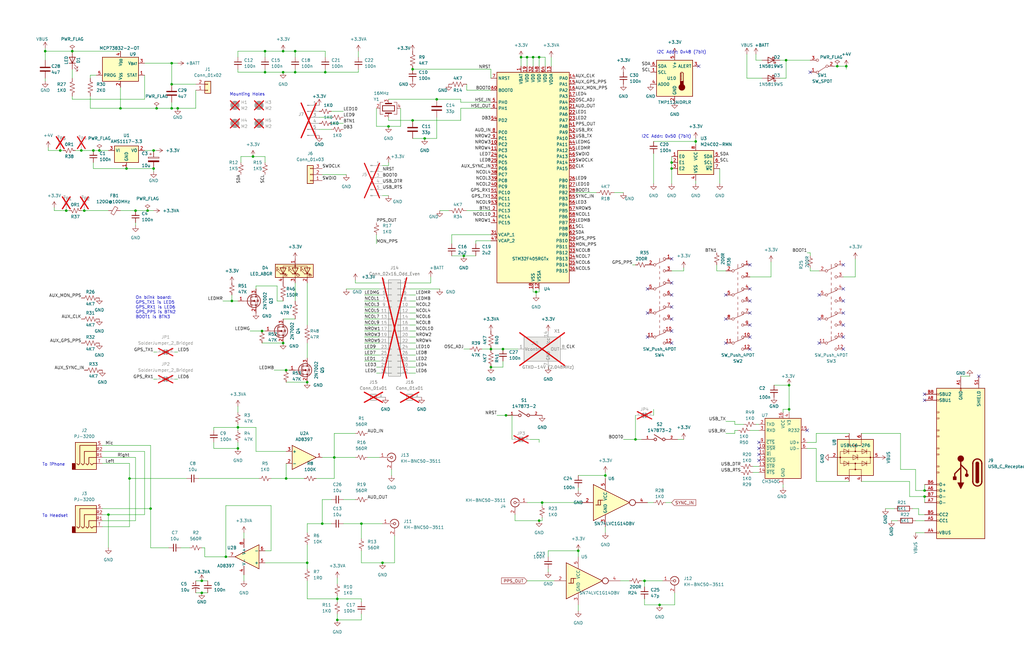
<source format=kicad_sch>
(kicad_sch (version 20230121) (generator eeschema)
  (paper "B")
  (title_block (title "Blink ") (date "2024-01-22") (rev "V10.0") (company "Cullen Jennings"))
  (junction (at 283.21 68.58))
  (junction (at 85.09 245.11))
  (junction (at 119.38 21.59))
  (junction (at 30.48 21.59))
  (junction (at 283.21 71.12))
  (junction (at 140.97 193.04))
  (junction (at 72.39 35.56))
  (junction (at 72.39 45.72))
  (junction (at 64.77 71.12))
  (junction (at 27.94 88.9))
  (junction (at 389.89 209.55))
  (junction (at 222.25 24.13))
  (junction (at 184.15 41.91))
  (junction (at 19.05 21.59))
  (junction (at 173.99 50.8))
  (junction (at 179.07 58.42))
  (junction (at 106.68 66.04))
  (junction (at 207.01 154.94))
  (junction (at 95.25 234.95))
  (junction (at 100.33 189.23))
  (junction (at 173.99 29.21))
  (junction (at 111.76 30.48))
  (junction (at 119.38 144.78))
  (junction (at 100.33 180.34))
  (junction (at 267.97 185.42))
  (junction (at 110.49 139.7))
  (junction (at 35.56 88.9))
  (junction (at 50.8 45.72))
  (junction (at 163.83 53.34))
  (junction (at 119.38 30.48))
  (junction (at 353.06 27.94))
  (junction (at 142.24 261.62))
  (junction (at 111.76 21.59))
  (junction (at 142.24 252.73))
  (junction (at 97.79 127))
  (junction (at 207.01 147.32))
  (junction (at 255.27 200.66))
  (junction (at 120.65 156.21))
  (junction (at 66.04 45.72))
  (junction (at 85.09 250.19))
  (junction (at 124.46 21.59))
  (junction (at 124.46 30.48))
  (junction (at 45.72 217.17))
  (junction (at 129.54 161.29))
  (junction (at 120.65 201.93))
  (junction (at 63.5 214.63))
  (junction (at 243.84 232.41))
  (junction (at 41.91 63.5))
  (junction (at 135.89 220.98))
  (junction (at 25.4 63.5))
  (junction (at 137.16 30.48))
  (junction (at 64.77 63.5))
  (junction (at 54.61 201.93))
  (junction (at 224.79 24.13))
  (junction (at 74.93 45.72))
  (junction (at 72.39 26.67))
  (junction (at 332.74 172.72))
  (junction (at 212.09 147.32))
  (junction (at 161.29 237.49))
  (junction (at 213.36 175.26))
  (junction (at 227.33 24.13))
  (junction (at 129.54 237.49))
  (junction (at 152.4 220.98))
  (junction (at 57.15 88.9))
  (junction (at 331.47 25.4))
  (junction (at 219.71 24.13))
  (junction (at 389.89 207.01))
  (junction (at 332.74 162.56))
  (junction (at 62.23 88.9))
  (junction (at 195.58 107.95))
  (junction (at 293.37 59.69))
  (junction (at 226.06 123.19))
  (junction (at 34.29 63.5))
  (junction (at 356.87 27.94))
  (junction (at 278.13 255.27))
  (junction (at 39.37 63.5))
  (junction (at 53.34 71.12))
  (junction (at 227.33 219.71))
  (junction (at 228.6 212.09))
  (junction (at 271.78 245.11))
  (no_connect (at 340.36 181.61))
  (no_connect (at 355.6 142.24))
  (no_connect (at 306.07 124.46))
  (no_connect (at 355.6 132.08))
  (no_connect (at 316.23 127))
  (no_connect (at 389.89 166.37))
  (no_connect (at 355.6 111.76))
  (no_connect (at 389.89 168.91))
  (no_connect (at 306.07 144.78))
  (no_connect (at 283.21 119.38))
  (no_connect (at 273.05 132.08))
  (no_connect (at 283.21 109.22))
  (no_connect (at 412.75 158.75))
  (no_connect (at 320.04 194.31))
  (no_connect (at 283.21 144.78))
  (no_connect (at 306.07 134.62))
  (no_connect (at 345.44 134.62))
  (no_connect (at 283.21 139.7))
  (no_connect (at 294.64 27.94))
  (no_connect (at 283.21 124.46))
  (no_connect (at 316.23 147.32))
  (no_connect (at 320.04 186.69))
  (no_connect (at 355.6 147.32))
  (no_connect (at 283.21 134.62))
  (no_connect (at 345.44 124.46))
  (no_connect (at 341.63 30.48))
  (no_connect (at 273.05 121.92))
  (no_connect (at 316.23 142.24))
  (no_connect (at 355.6 121.92))
  (no_connect (at 273.05 142.24))
  (no_connect (at 316.23 132.08))
  (no_connect (at 316.23 111.76))
  (no_connect (at 345.44 144.78))
  (no_connect (at 320.04 191.77))
  (no_connect (at 320.04 189.23))
  (no_connect (at 316.23 121.92))
  (no_connect (at 355.6 137.16))
  (no_connect (at 355.6 127))
  (no_connect (at 316.23 137.16))
  (no_connect (at 283.21 129.54))
  (wire (pts (xy 100.33 21.59) (xy 111.76 21.59)))
  (wire (pts (xy 151.13 21.59) (xy 151.13 24.13)))
  (wire (pts (xy 259.08 81.28) (xy 262.89 81.28)))
  (wire (pts (xy 172.72 139.7) (xy 175.26 139.7)))
  (wire (pts (xy 243.84 200.66) (xy 255.27 200.66)))
  (wire (pts (xy 207.01 147.32) (xy 212.09 147.32)))
  (wire (pts (xy 20.32 63.5) (xy 25.4 63.5)))
  (wire (pts (xy 332.74 172.72) (xy 332.74 173.99)))
  (wire (pts (xy 175.26 157.48) (xy 172.72 157.48)))
  (wire (pts (xy 383.54 203.2) (xy 383.54 209.55)))
  (wire (pts (xy 293.37 59.69) (xy 293.37 60.96)))
  (wire (pts (xy 172.72 152.4) (xy 175.26 152.4)))
  (wire (pts (xy 154.94 193.04) (xy 160.02 193.04)))
  (wire (pts (xy 232.41 24.13) (xy 232.41 27.94)))
  (wire (pts (xy 196.85 35.56) (xy 196.85 38.1)))
  (wire (pts (xy 137.16 21.59) (xy 124.46 21.59)))
  (wire (pts (xy 389.89 209.55) (xy 389.89 212.09)))
  (wire (pts (xy 341.63 114.3) (xy 345.44 114.3)))
  (wire (pts (xy 82.55 45.72) (xy 74.93 45.72)))
  (wire (pts (xy 194.31 45.72) (xy 207.01 45.72)))
  (wire (pts (xy 74.93 148.59) (xy 73.66 148.59)))
  (wire (pts (xy 63.5 231.14) (xy 71.12 231.14)))
  (wire (pts (xy 60.96 63.5) (xy 64.77 63.5)))
  (wire (pts (xy 139.7 220.98) (xy 135.89 220.98)))
  (wire (pts (xy 316.23 116.84) (xy 325.12 116.84)))
  (wire (pts (xy 64.77 71.12) (xy 64.77 72.39)))
  (wire (pts (xy 144.78 210.82) (xy 149.86 210.82)))
  (wire (pts (xy 303.53 71.12) (xy 303.53 77.47)))
  (wire (pts (xy 134.62 49.53) (xy 139.7 49.53)))
  (wire (pts (xy 351.79 27.94) (xy 353.06 27.94)))
  (wire (pts (xy 158.75 53.34) (xy 163.83 53.34)))
  (wire (pts (xy 152.4 252.73) (xy 142.24 252.73)))
  (wire (pts (xy 111.76 21.59) (xy 119.38 21.59)))
  (wire (pts (xy 30.48 41.91) (xy 30.48 40.64)))
  (wire (pts (xy 152.4 220.98) (xy 161.29 220.98)))
  (wire (pts (xy 309.88 181.61) (xy 311.15 181.61)))
  (wire (pts (xy 215.9 185.42) (xy 215.9 175.26)))
  (wire (pts (xy 173.99 29.21) (xy 207.01 29.21)))
  (wire (pts (xy 95.25 234.95) (xy 96.52 234.95)))
  (wire (pts (xy 20.32 62.23) (xy 20.32 63.5)))
  (wire (pts (xy 302.26 114.3) (xy 302.26 111.76)))
  (wire (pts (xy 120.65 195.58) (xy 120.65 201.93)))
  (wire (pts (xy 142.24 252.73) (xy 142.24 254)))
  (wire (pts (xy 43.18 219.71) (xy 57.15 219.71)))
  (wire (pts (xy 152.4 237.49) (xy 161.29 237.49)))
  (wire (pts (xy 309.88 182.88) (xy 309.88 181.61)))
  (wire (pts (xy 328.93 33.02) (xy 331.47 33.02)))
  (wire (pts (xy 110.49 144.78) (xy 119.38 144.78)))
  (wire (pts (xy 64.77 63.5) (xy 66.04 63.5)))
  (wire (pts (xy 137.16 24.13) (xy 137.16 21.59)))
  (wire (pts (xy 222.25 245.11) (xy 233.68 245.11)))
  (wire (pts (xy 114.3 213.36) (xy 114.3 232.41)))
  (wire (pts (xy 243.84 232.41) (xy 243.84 234.95)))
  (wire (pts (xy 60.96 26.67) (xy 72.39 26.67)))
  (wire (pts (xy 82.55 245.11) (xy 85.09 245.11)))
  (wire (pts (xy 317.5 199.39) (xy 320.04 199.39)))
  (wire (pts (xy 19.05 21.59) (xy 19.05 25.4)))
  (wire (pts (xy 19.05 20.32) (xy 19.05 21.59)))
  (wire (pts (xy 129.54 252.73) (xy 142.24 252.73)))
  (wire (pts (xy 160.02 119.38) (xy 149.86 119.38)))
  (wire (pts (xy 144.78 220.98) (xy 152.4 220.98)))
  (wire (pts (xy 172.72 132.08) (xy 175.26 132.08)))
  (wire (pts (xy 107.95 190.5) (xy 107.95 180.34)))
  (wire (pts (xy 100.33 179.07) (xy 100.33 180.34)))
  (wire (pts (xy 271.78 252.73) (xy 271.78 255.27)))
  (wire (pts (xy 280.67 212.09) (xy 283.21 212.09)))
  (wire (pts (xy 107.95 120.65) (xy 107.95 121.92)))
  (wire (pts (xy 275.59 59.69) (xy 293.37 59.69)))
  (wire (pts (xy 163.83 41.91) (xy 184.15 41.91)))
  (wire (pts (xy 325.12 110.49) (xy 325.12 116.84)))
  (wire (pts (xy 383.54 209.55) (xy 389.89 209.55)))
  (wire (pts (xy 194.31 45.72) (xy 194.31 50.8)))
  (wire (pts (xy 139.7 52.07) (xy 144.78 52.07)))
  (wire (pts (xy 344.17 186.69) (xy 340.36 186.69)))
  (wire (pts (xy 72.39 43.18) (xy 72.39 45.72)))
  (wire (pts (xy 100.33 30.48) (xy 111.76 30.48)))
  (wire (pts (xy 166.37 237.49) (xy 161.29 237.49)))
  (wire (pts (xy 261.62 245.11) (xy 265.43 245.11)))
  (wire (pts (xy 207.01 101.6) (xy 200.66 101.6)))
  (wire (pts (xy 66.04 45.72) (xy 72.39 45.72)))
  (wire (pts (xy 194.31 50.8) (xy 173.99 50.8)))
  (wire (pts (xy 306.07 182.88) (xy 309.88 182.88)))
  (wire (pts (xy 190.5 99.06) (xy 207.01 99.06)))
  (wire (pts (xy 57.15 93.98) (xy 57.15 95.25)))
  (wire (pts (xy 107.95 180.34) (xy 100.33 180.34)))
  (wire (pts (xy 153.67 142.24) (xy 160.02 142.24)))
  (wire (pts (xy 25.4 63.5) (xy 26.67 63.5)))
  (wire (pts (xy 226.06 124.46) (xy 226.06 123.19)))
  (wire (pts (xy 318.77 22.86) (xy 318.77 25.4)))
  (wire (pts (xy 184.15 49.53) (xy 184.15 58.42)))
  (wire (pts (xy 227.33 24.13) (xy 229.87 24.13)))
  (wire (pts (xy 285.75 185.42) (xy 288.29 185.42)))
  (wire (pts (xy 45.72 217.17) (xy 60.96 217.17)))
  (wire (pts (xy 50.8 88.9) (xy 57.15 88.9)))
  (wire (pts (xy 332.74 162.56) (xy 332.74 172.72)))
  (wire (pts (xy 158.75 45.72) (xy 158.75 53.34)))
  (wire (pts (xy 172.72 142.24) (xy 175.26 142.24)))
  (wire (pts (xy 149.86 119.38) (xy 149.86 118.11)))
  (wire (pts (xy 227.33 121.92) (xy 227.33 123.19)))
  (wire (pts (xy 163.83 69.85) (xy 163.83 68.58)))
  (wire (pts (xy 153.67 144.78) (xy 160.02 144.78)))
  (wire (pts (xy 288.29 113.03) (xy 288.29 114.3)))
  (wire (pts (xy 97.79 124.46) (xy 97.79 127)))
  (wire (pts (xy 54.61 201.93) (xy 78.74 201.93)))
  (wire (pts (xy 331.47 25.4) (xy 341.63 25.4)))
  (wire (pts (xy 90.17 180.34) (xy 100.33 180.34)))
  (wire (pts (xy 115.57 156.21) (xy 120.65 156.21)))
  (wire (pts (xy 50.8 45.72) (xy 66.04 45.72)))
  (wire (pts (xy 74.93 160.02) (xy 73.66 160.02)))
  (wire (pts (xy 107.95 120.65) (xy 116.84 120.65)))
  (wire (pts (xy 119.38 134.62) (xy 124.46 134.62)))
  (wire (pts (xy 231.14 232.41) (xy 243.84 232.41)))
  (wire (pts (xy 124.46 119.38) (xy 124.46 127)))
  (wire (pts (xy 38.1 40.64) (xy 38.1 45.72)))
  (wire (pts (xy 172.72 119.38) (xy 181.61 119.38)))
  (wire (pts (xy 358.14 182.88) (xy 344.17 182.88)))
  (wire (pts (xy 19.05 21.59) (xy 30.48 21.59)))
  (wire (pts (xy 262.89 185.42) (xy 267.97 185.42)))
  (wire (pts (xy 34.29 88.9) (xy 35.56 88.9)))
  (wire (pts (xy 62.23 88.9) (xy 64.77 88.9)))
  (wire (pts (xy 172.72 147.32) (xy 175.26 147.32)))
  (wire (pts (xy 200.66 101.6) (xy 200.66 102.87)))
  (wire (pts (xy 283.21 71.12) (xy 283.21 77.47)))
  (wire (pts (xy 97.79 127) (xy 100.33 127)))
  (wire (pts (xy 228.6 212.09) (xy 228.6 213.36)))
  (wire (pts (xy 184.15 41.91) (xy 194.31 41.91)))
  (wire (pts (xy 163.83 50.8) (xy 173.99 50.8)))
  (wire (pts (xy 135.89 73.66) (xy 146.05 73.66)))
  (wire (pts (xy 284.48 250.19) (xy 284.48 255.27)))
  (wire (pts (xy 111.76 237.49) (xy 129.54 237.49)))
  (wire (pts (xy 284.48 255.27) (xy 278.13 255.27)))
  (wire (pts (xy 196.85 88.9) (xy 207.01 88.9)))
  (wire (pts (xy 153.67 137.16) (xy 160.02 137.16)))
  (wire (pts (xy 102.87 224.79) (xy 102.87 227.33)))
  (wire (pts (xy 101.6 66.04) (xy 106.68 66.04)))
  (wire (pts (xy 207.01 33.02) (xy 207.01 29.21)))
  (wire (pts (xy 22.86 88.9) (xy 27.94 88.9)))
  (wire (pts (xy 212.09 152.4) (xy 212.09 154.94)))
  (wire (pts (xy 57.15 88.9) (xy 62.23 88.9)))
  (wire (pts (xy 134.62 54.61) (xy 139.7 54.61)))
  (wire (pts (xy 60.96 41.91) (xy 60.96 31.75)))
  (wire (pts (xy 35.56 88.9) (xy 45.72 88.9)))
  (wire (pts (xy 54.61 195.58) (xy 54.61 201.93)))
  (wire (pts (xy 231.14 240.03) (xy 231.14 241.3)))
  (wire (pts (xy 273.05 212.09) (xy 275.59 212.09)))
  (wire (pts (xy 219.71 24.13) (xy 222.25 24.13)))
  (wire (pts (xy 153.67 149.86) (xy 160.02 149.86)))
  (wire (pts (xy 135.89 210.82) (xy 135.89 220.98)))
  (wire (pts (xy 166.37 226.06) (xy 166.37 237.49)))
  (wire (pts (xy 110.49 139.7) (xy 111.76 139.7)))
  (wire (pts (xy 140.97 201.93) (xy 140.97 193.04)))
  (wire (pts (xy 181.61 116.84) (xy 181.61 119.38)))
  (wire (pts (xy 356.87 27.94) (xy 356.87 29.21)))
  (wire (pts (xy 231.14 234.95) (xy 231.14 232.41)))
  (wire (pts (xy 34.29 63.5) (xy 39.37 63.5)))
  (wire (pts (xy 152.4 259.08) (xy 152.4 261.62)))
  (wire (pts (xy 142.24 259.08) (xy 142.24 261.62)))
  (wire (pts (xy 111.76 29.21) (xy 111.76 30.48)))
  (wire (pts (xy 129.54 151.13) (xy 129.54 144.78)))
  (wire (pts (xy 227.33 123.19) (xy 226.06 123.19)))
  (wire (pts (xy 226.06 123.19) (xy 224.79 123.19)))
  (wire (pts (xy 172.72 144.78) (xy 175.26 144.78)))
  (wire (pts (xy 222.25 212.09) (xy 228.6 212.09)))
  (wire (pts (xy 228.6 219.71) (xy 227.33 219.71)))
  (wire (pts (xy 165.1 198.12) (xy 165.1 200.66)))
  (wire (pts (xy 64.77 148.59) (xy 66.04 148.59)))
  (wire (pts (xy 152.4 232.41) (xy 152.4 237.49)))
  (wire (pts (xy 386.08 207.01) (xy 386.08 198.12)))
  (wire (pts (xy 116.84 127) (xy 116.84 120.65)))
  (wire (pts (xy 107.95 190.5) (xy 120.65 190.5)))
  (wire (pts (xy 344.17 203.2) (xy 358.14 203.2)))
  (wire (pts (xy 387.35 214.63) (xy 387.35 217.17)))
  (wire (pts (xy 57.15 219.71) (xy 57.15 193.04)))
  (wire (pts (xy 309.88 177.8) (xy 309.88 179.07)))
  (wire (pts (xy 152.4 220.98) (xy 152.4 227.33)))
  (wire (pts (xy 360.68 116.84) (xy 360.68 109.22)))
  (wire (pts (xy 340.36 189.23) (xy 344.17 189.23)))
  (wire (pts (xy 152.4 261.62) (xy 142.24 261.62)))
  (wire (pts (xy 111.76 30.48) (xy 119.38 30.48)))
  (wire (pts (xy 255.27 222.25) (xy 255.27 224.79)))
  (wire (pts (xy 408.94 158.75) (xy 405.13 158.75)))
  (wire (pts (xy 195.58 147.32) (xy 198.12 147.32)))
  (wire (pts (xy 163.83 53.34) (xy 168.91 53.34)))
  (wire (pts (xy 120.65 201.93) (xy 128.27 201.93)))
  (wire (pts (xy 341.63 106.68) (xy 340.36 106.68)))
  (wire (pts (xy 344.17 189.23) (xy 344.17 203.2)))
  (wire (pts (xy 217.17 217.17) (xy 217.17 219.71)))
  (wire (pts (xy 293.37 58.42) (xy 293.37 59.69)))
  (wire (pts (xy 119.38 127) (xy 116.84 127)))
  (wire (pts (xy 332.74 162.56) (xy 326.39 162.56)))
  (wire (pts (xy 101.6 68.58) (xy 101.6 66.04)))
  (wire (pts (xy 38.1 45.72) (xy 50.8 45.72)))
  (wire (pts (xy 129.54 237.49) (xy 129.54 240.03)))
  (wire (pts (xy 172.72 149.86) (xy 175.26 149.86)))
  (wire (pts (xy 330.2 204.47) (xy 330.2 205.74)))
  (wire (pts (xy 120.65 156.21) (xy 121.92 156.21)))
  (wire (pts (xy 124.46 21.59) (xy 124.46 24.13)))
  (wire (pts (xy 378.46 219.71) (xy 375.92 219.71)))
  (wire (pts (xy 314.96 22.86) (xy 314.96 33.02)))
  (wire (pts (xy 137.16 29.21) (xy 137.16 30.48)))
  (wire (pts (xy 255.27 199.39) (xy 255.27 200.66)))
  (wire (pts (xy 209.55 175.26) (xy 213.36 175.26)))
  (wire (pts (xy 140.97 193.04) (xy 135.89 193.04)))
  (wire (pts (xy 82.55 38.1) (xy 82.55 45.72)))
  (wire (pts (xy 314.96 33.02) (xy 321.31 33.02)))
  (wire (pts (xy 43.18 195.58) (xy 54.61 195.58)))
  (wire (pts (xy 275.59 172.72) (xy 275.59 175.26)))
  (wire (pts (xy 255.27 200.66) (xy 255.27 201.93)))
  (wire (pts (xy 158.75 157.48) (xy 160.02 157.48)))
  (wire (pts (xy 95.25 213.36) (xy 95.25 234.95)))
  (wire (pts (xy 76.2 231.14) (xy 80.01 231.14)))
  (wire (pts (xy 19.05 33.02) (xy 19.05 34.29)))
  (wire (pts (xy 146.05 121.92) (xy 160.02 121.92)))
  (wire (pts (xy 139.7 210.82) (xy 135.89 210.82)))
  (wire (pts (xy 224.79 123.19) (xy 224.79 121.92)))
  (wire (pts (xy 151.13 29.21) (xy 151.13 30.48)))
  (wire (pts (xy 384.81 214.63) (xy 387.35 214.63)))
  (wire (pts (xy 72.39 26.67) (xy 72.39 35.56)))
  (wire (pts (xy 266.7 111.76) (xy 267.97 111.76)))
  (wire (pts (xy 267.97 175.26) (xy 267.97 185.42)))
  (wire (pts (xy 228.6 212.09) (xy 245.11 212.09)))
  (wire (pts (xy 120.65 161.29) (xy 129.54 161.29)))
  (wire (pts (xy 111.76 21.59) (xy 111.76 24.13)))
  (wire (pts (xy 100.33 171.45) (xy 100.33 173.99)))
  (wire (pts (xy 63.5 187.96) (xy 43.18 187.96)))
  (wire (pts (xy 102.87 242.57) (xy 102.87 245.11)))
  (wire (pts (xy 111.76 66.04) (xy 106.68 66.04)))
  (wire (pts (xy 373.38 214.63) (xy 377.19 214.63)))
  (wire (pts (xy 64.77 160.02) (xy 66.04 160.02)))
  (wire (pts (xy 90.17 186.69) (xy 90.17 189.23)))
  (wire (pts (xy 139.7 46.99) (xy 144.78 46.99)))
  (wire (pts (xy 328.93 25.4) (xy 331.47 25.4)))
  (wire (pts (xy 227.33 219.71) (xy 217.17 219.71)))
  (wire (pts (xy 129.54 119.38) (xy 129.54 137.16)))
  (wire (pts (xy 203.2 147.32) (xy 207.01 147.32)))
  (wire (pts (xy 93.98 127) (xy 97.79 127)))
  (wire (pts (xy 189.23 88.9) (xy 185.42 88.9)))
  (wire (pts (xy 100.33 180.34) (xy 100.33 181.61)))
  (wire (pts (xy 172.72 134.62) (xy 175.26 134.62)))
  (wire (pts (xy 213.36 175.26) (xy 215.9 175.26)))
  (wire (pts (xy 54.61 222.25) (xy 43.18 222.25)))
  (wire (pts (xy 283.21 68.58) (xy 283.21 71.12)))
  (wire (pts (xy 306.07 114.3) (xy 302.26 114.3)))
  (wire (pts (xy 39.37 68.58) (xy 39.37 71.12)))
  (wire (pts (xy 196.85 38.1) (xy 207.01 38.1)))
  (wire (pts (xy 30.48 29.21) (xy 30.48 33.02)))
  (wire (pts (xy 243.84 255.27) (xy 243.84 257.81)))
  (wire (pts (xy 222.25 24.13) (xy 222.25 27.94)))
  (wire (pts (xy 223.52 185.42) (xy 227.33 185.42)))
  (wire (pts (xy 316.23 181.61) (xy 320.04 181.61)))
  (wire (pts (xy 194.31 43.18) (xy 207.01 43.18)))
  (wire (pts (xy 129.54 229.87) (xy 129.54 237.49)))
  (wire (pts (xy 30.48 41.91) (xy 60.96 41.91)))
  (wire (pts (xy 90.17 181.61) (xy 90.17 180.34)))
  (wire (pts (xy 86.36 234.95) (xy 86.36 231.14)))
  (wire (pts (xy 50.8 45.72) (xy 50.8 36.83)))
  (wire (pts (xy 317.5 196.85) (xy 320.04 196.85)))
  (wire (pts (xy 114.3 201.93) (xy 120.65 201.93)))
  (wire (pts (xy 86.36 234.95) (xy 95.25 234.95)))
  (wire (pts (xy 275.59 64.77) (xy 275.59 77.47)))
  (wire (pts (xy 389.89 204.47) (xy 389.89 207.01)))
  (wire (pts (xy 153.67 124.46) (xy 160.02 124.46)))
  (wire (pts (xy 386.08 219.71) (xy 389.89 219.71)))
  (wire (pts (xy 271.78 245.11) (xy 271.78 247.65)))
  (wire (pts (xy 293.37 76.2) (xy 293.37 77.47)))
  (wire (pts (xy 114.3 213.36) (xy 95.25 213.36)))
  (wire (pts (xy 53.34 71.12) (xy 64.77 71.12)))
  (wire (pts (xy 45.72 217.17) (xy 45.72 231.14)))
  (wire (pts (xy 133.35 201.93) (xy 140.97 201.93)))
  (wire (pts (xy 190.5 107.95) (xy 195.58 107.95)))
  (wire (pts (xy 153.67 134.62) (xy 160.02 134.62)))
  (wire (pts (xy 153.67 152.4) (xy 160.02 152.4)))
  (wire (pts (xy 173.99 58.42) (xy 179.07 58.42)))
  (wire (pts (xy 43.18 217.17) (xy 45.72 217.17)))
  (wire (pts (xy 243.84 205.74) (xy 243.84 207.01)))
  (wire (pts (xy 341.63 107.95) (xy 341.63 106.68)))
  (wire (pts (xy 158.75 154.94) (xy 160.02 154.94)))
  (wire (pts (xy 153.67 139.7) (xy 160.02 139.7)))
  (wire (pts (xy 161.29 82.55) (xy 163.83 82.55)))
  (wire (pts (xy 74.93 45.72) (xy 72.39 45.72)))
  (wire (pts (xy 163.83 49.53) (xy 163.83 50.8)))
  (wire (pts (xy 341.63 113.03) (xy 341.63 114.3)))
  (wire (pts (xy 318.77 25.4) (xy 321.31 25.4)))
  (wire (pts (xy 363.22 182.88) (xy 379.73 182.88)))
  (wire (pts (xy 227.33 24.13) (xy 227.33 27.94)))
  (wire (pts (xy 72.39 26.67) (xy 74.93 26.67)))
  (wire (pts (xy 129.54 245.11) (xy 129.54 252.73)))
  (wire (pts (xy 172.72 137.16) (xy 175.26 137.16)))
  (wire (pts (xy 283.21 114.3) (xy 288.29 114.3)))
  (wire (pts (xy 85.09 231.14) (xy 86.36 231.14)))
  (wire (pts (xy 306.07 177.8) (xy 309.88 177.8)))
  (wire (pts (xy 31.75 63.5) (xy 34.29 63.5)))
  (wire (pts (xy 82.55 250.19) (xy 85.09 250.19)))
  (wire (pts (xy 267.97 185.42) (xy 270.51 185.42)))
  (wire (pts (xy 149.86 182.88) (xy 140.97 182.88)))
  (wire (pts (xy 152.4 254) (xy 152.4 252.73)))
  (wire (pts (xy 111.76 232.41) (xy 114.3 232.41)))
  (wire (pts (xy 212.09 147.32) (xy 218.44 147.32)))
  (wire (pts (xy 242.57 81.28) (xy 251.46 81.28)))
  (wire (pts (xy 27.94 88.9) (xy 29.21 88.9)))
  (wire (pts (xy 161.29 69.85) (xy 163.83 69.85)))
  (wire (pts (xy 30.48 21.59) (xy 50.8 21.59)))
  (wire (pts (xy 158.75 99.06) (xy 158.75 102.87)))
  (wire (pts (xy 172.72 121.92) (xy 185.42 121.92)))
  (wire (pts (xy 43.18 190.5) (xy 60.96 190.5)))
  (wire (pts (xy 85.09 250.19) (xy 87.63 250.19)))
  (wire (pts (xy 195.58 107.95) (xy 200.66 107.95)))
  (wire (pts (xy 212.09 154.94) (xy 207.01 154.94)))
  (wire (pts (xy 119.38 30.48) (xy 124.46 30.48)))
  (wire (pts (xy 353.06 27.94) (xy 356.87 27.94)))
  (wire (pts (xy 172.72 129.54) (xy 175.26 129.54)))
  (wire (pts (xy 40.64 31.75) (xy 38.1 31.75)))
  (wire (pts (xy 172.72 124.46) (xy 175.26 124.46)))
  (wire (pts (xy 63.5 214.63) (xy 63.5 231.14)))
  (wire (pts (xy 82.55 35.56) (xy 72.39 35.56)))
  (wire (pts (xy 389.89 207.01) (xy 386.08 207.01)))
  (wire (pts (xy 278.13 255.27) (xy 271.78 255.27)))
  (wire (pts (xy 386.08 224.79) (xy 389.89 224.79)))
  (wire (pts (xy 100.33 186.69) (xy 100.33 189.23)))
  (wire (pts (xy 124.46 21.59) (xy 119.38 21.59)))
  (wire (pts (xy 135.89 220.98) (xy 129.54 220.98)))
  (wire (pts (xy 219.71 24.13) (xy 219.71 27.94)))
  (wire (pts (xy 386.08 198.12) (xy 379.73 198.12)))
  (wire (pts (xy 222.25 24.13) (xy 224.79 24.13)))
  (wire (pts (xy 63.5 214.63) (xy 63.5 187.96)))
  (wire (pts (xy 153.67 127) (xy 160.02 127)))
  (wire (pts (xy 129.54 220.98) (xy 129.54 224.79)))
  (wire (pts (xy 228.6 218.44) (xy 228.6 219.71)))
  (wire (pts (xy 331.47 25.4) (xy 331.47 33.02)))
  (wire (pts (xy 355.6 116.84) (xy 360.68 116.84)))
  (wire (pts (xy 60.96 217.17) (xy 60.96 190.5)))
  (wire (pts (xy 344.17 182.88) (xy 344.17 186.69)))
  (wire (pts (xy 194.31 41.91) (xy 194.31 43.18)))
  (wire (pts (xy 111.76 68.58) (xy 111.76 66.04)))
  (wire (pts (xy 168.91 45.72) (xy 168.91 53.34)))
  (wire (pts (xy 153.67 129.54) (xy 160.02 129.54)))
  (wire (pts (xy 227.33 185.42) (xy 227.33 186.69)))
  (wire (pts (xy 142.24 243.84) (xy 142.24 246.38)))
  (wire (pts (xy 142.24 251.46) (xy 142.24 252.73)))
  (wire (pts (xy 90.17 189.23) (xy 100.33 189.23)))
  (wire (pts (xy 43.18 193.04) (xy 57.15 193.04)))
  (wire (pts (xy 309.88 179.07) (xy 313.69 179.07)))
  (wire (pts (xy 363.22 203.2) (xy 383.54 203.2)))
  (wire (pts (xy 41.91 63.5) (xy 45.72 63.5)))
  (wire (pts (xy 100.33 24.13) (xy 100.33 21.59)))
  (wire (pts (xy 172.72 127) (xy 175.26 127)))
  (wire (pts (xy 283.21 66.04) (xy 283.21 68.58)))
  (wire (pts (xy 54.61 201.93) (xy 54.61 222.25)))
  (wire (pts (xy 332.74 172.72) (xy 330.2 172.72)))
  (wire (pts (xy 85.09 245.11) (xy 87.63 245.11)))
  (wire (pts (xy 153.67 147.32) (xy 160.02 147.32)))
  (wire (pts (xy 140.97 182.88) (xy 140.97 193.04)))
  (wire (pts (xy 271.78 245.11) (xy 279.4 245.11)))
  (wire (pts (xy 83.82 201.93) (xy 109.22 201.93)))
  (wire (pts (xy 270.51 245.11) (xy 271.78 245.11)))
  (wire (pts (xy 140.97 193.04) (xy 149.86 193.04)))
  (wire (pts (xy 38.1 31.75) (xy 38.1 33.02)))
  (wire (pts (xy 330.2 172.72) (xy 330.2 173.99)))
  (wire (pts (xy 100.33 29.21) (xy 100.33 30.48)))
  (wire (pts (xy 224.79 24.13) (xy 224.79 27.94)))
  (wire (pts (xy 22.86 87.63) (xy 22.86 88.9)))
  (wire (pts (xy 379.73 182.88) (xy 379.73 198.12)))
  (wire (pts (xy 387.35 217.17) (xy 389.89 217.17)))
  (wire (pts (xy 172.72 154.94) (xy 175.26 154.94)))
  (wire (pts (xy 39.37 63.5) (xy 41.91 63.5)))
  (wire (pts (xy 153.67 132.08) (xy 160.02 132.08)))
  (wire (pts (xy 190.5 102.87) (xy 190.5 99.06)))
  (wire (pts (xy 318.77 179.07) (xy 320.04 179.07)))
  (wire (pts (xy 39.37 71.12) (xy 53.34 71.12)))
  (wire (pts (xy 224.79 24.13) (xy 227.33 24.13)))
  (wire (pts (xy 43.18 214.63) (xy 63.5 214.63)))
  (wire (pts (xy 124.46 29.21) (xy 124.46 30.48)))
  (wire (pts (xy 229.87 27.94) (xy 229.87 24.13)))
  (wire (pts (xy 124.46 30.48) (xy 137.16 30.48)))
  (wire (pts (xy 184.15 58.42) (xy 179.07 58.42)))
  (wire (pts (xy 137.16 30.48) (xy 151.13 30.48)))
  (wire (pts (xy 105.41 139.7) (xy 110.49 139.7)))
  (text "I2C Addr: 0x48 (7bit)" (at 276.86 22.86 0) (effects (font (size 1.27 1.27)) (justify left bottom)))
  (text "To iPhone" (at 17.78 196.85 0) (effects (font (size 1.27 1.27)) (justify left bottom)))
  (text "To Headset " (at 17.78 218.44 0) (effects (font (size 1.27 1.27)) (justify left bottom)))
  (text "I2C Addr: 0x50 (7bit)" (at 270.51 58.42 0) (effects (font (size 1.27 1.27)) (justify left bottom)))
  (text "Mounting Holes" (at 111.76 40.64 0) (effects (font (size 1.27 1.27)) (justify right bottom)))
  (text "On blink board:\nGPS_TX1 is LED5\nGPS_RX1 is LED6\nGPS_PPS is BTN2\nBOOT1 is BTN3" (at 57.15 134.62 0) (effects (font (size 1.27 1.27)) (justify left bottom)))
  (label "AUX_GPS_PPS" (at 242.57 35.56 0))
  (label "USB_DTR" (at 161.29 77.47 0))
  (label "BTN1" (at 302.26 106.68 180))
  (label "LED2" (at 175.26 152.4 0))
  (label "SYNC_IN" (at 242.57 83.82 0))
  (label "NCOL7" (at 242.57 109.22 0))
  (label "LED10" (at 144.78 46.99 0))
  (label "AUX_MON_PPS" (at 34.29 125.73 180))
  (label "USB_TX" (at 306.07 177.8 180))
  (label "LEDMG" (at 105.41 139.7 180))
  (label "AUX_MON_PPS" (at 242.57 38.1 0))
  (label "NCOL8" (at 175.26 137.16 0))
  (label "CLK" (at 238.76 147.32 0))
  (label "SDA" (at 101.6 73.66 270))
  (label "LED6" (at 175.26 157.48 0))
  (label "SDA" (at 242.57 99.06 0))
  (label "GPS_TX1" (at 64.77 148.59 180))
  (label "NCOL9" (at 153.67 137.16 0))
  (label "GPS_PPS" (at 242.57 101.6 0))
  (label "LED8" (at 175.26 149.86 0))
  (label "LED9" (at 242.57 76.2 0))
  (label "USB_RX" (at 242.57 55.88 0))
  (label "USB_RTS" (at 312.42 199.39 180))
  (label "DB3" (at 207.01 50.8 180))
  (label "BOOT1" (at 242.57 81.28 0))
  (label "AUX_SYNC_IN" (at 207.01 71.12 180))
  (label "LEDMG" (at 153.67 124.46 0))
  (label "NROW1" (at 207.01 93.98 180))
  (label "LEDMR" (at 175.26 124.46 0))
  (label "NCOL1" (at 153.67 127 0))
  (label "NCOL4" (at 175.26 132.08 0))
  (label "LED7" (at 153.67 149.86 0))
  (label "GPS_RX1" (at 207.01 81.28 180))
  (label "NCOL10" (at 207.01 91.44 180))
  (label "AUD_IN" (at 154.94 182.88 0))
  (label "BTN1" (at 144.78 52.07 0))
  (label "NROW2" (at 207.01 58.42 180))
  (label "HSE_IN" (at 207.01 43.18 180))
  (label "LED3" (at 158.75 154.94 180))
  (label "USB_TX" (at 242.57 58.42 0))
  (label "NROW5" (at 153.67 144.78 0))
  (label "LEDMR" (at 242.57 63.5 0))
  (label "NROW3" (at 153.67 142.24 0))
  (label "LED10" (at 175.26 147.32 0))
  (label "NCOL7" (at 153.67 134.62 0))
  (label "AUX_GPS_PPS" (at 34.29 144.78 180))
  (label "NCOL3" (at 153.67 129.54 0))
  (label "SWDCLK" (at 135.89 71.12 0))
  (label "NCOL6" (at 242.57 111.76 0))
  (label "AUX_CLK" (at 242.57 33.02 0))
  (label "NCOL2" (at 175.26 129.54 0))
  (label "NCOL5" (at 242.57 114.3 0))
  (label "USB_RX" (at 306.07 182.88 180))
  (label "SCL" (at 303.53 68.58 0))
  (label "BOOT1" (at 340.36 106.68 180))
  (label "NRST" (at 201.93 29.21 0))
  (label "SDA" (at 303.53 66.04 0))
  (label "SCL" (at 111.76 73.66 270))
  (label "LED9" (at 144.78 49.53 0))
  (label "NROW1" (at 153.67 139.7 0))
  (label "LED5" (at 74.93 148.59 0))
  (label "LEDMG" (at 242.57 60.96 0))
  (label "NCOL9" (at 207.01 86.36 180))
  (label "BOOT0" (at 161.29 74.93 0))
  (label "SWDCLK" (at 242.57 68.58 0))
  (label "PPS_OUT" (at 158.75 93.98 0))
  (label "NRST" (at 161.29 72.39 0))
  (label "MON_PPS" (at 242.57 104.14 0))
  (label "LED9" (at 153.67 147.32 0))
  (label "NROW4" (at 175.26 144.78 0))
  (label "USB_DTR" (at 312.42 196.85 180))
  (label "LEDMB" (at 175.26 127 0))
  (label "LED5" (at 158.75 157.48 180))
  (label "NCOL4" (at 207.01 73.66 180))
  (label "NRST" (at 209.55 175.26 180))
  (label "NROW4" (at 207.01 63.5 180))
  (label "CLK" (at 242.57 71.12 0))
  (label "SWDIO" (at 242.57 66.04 0))
  (label "NCOL2" (at 207.01 78.74 180))
  (label "Right" (at 49.53 193.04 0))
  (label "AUD_OUT" (at 154.94 210.82 0))
  (label "NCOL10" (at 175.26 139.7 0))
  (label "GPS_TX1" (at 207.01 83.82 180))
  (label "PPS_OUT" (at 242.57 53.34 0))
  (label "LED1" (at 242.57 48.26 0))
  (label "LEDMR" (at 93.98 127 180))
  (label "LED4" (at 175.26 154.94 0))
  (label "NCOL5" (at 153.67 132.08 0))
  (label "LED4" (at 242.57 40.64 0))
  (label "GPS_PPS" (at 266.7 111.76 180))
  (label "GPS_RX1" (at 64.77 160.02 180))
  (label "NROW2" (at 175.26 142.24 0))
  (label "NCOL6" (at 175.26 134.62 0))
  (label "OSC_ADJ" (at 195.58 147.32 180))
  (label "BOOT0" (at 262.89 185.42 180))
  (label "DB3" (at 144.78 54.61 0))
  (label "LED8" (at 207.01 68.58 180))
  (label "LED1" (at 153.67 152.4 0))
  (label "BTN1" (at 207.01 88.9 180))
  (label "NCOL8" (at 242.57 106.68 0))
  (label "SCL" (at 274.32 30.48 180))
  (label "MON_PPS" (at 158.75 102.87 0))
  (label "LED3" (at 242.57 86.36 0))
  (label "AUD_IN" (at 207.01 55.88 180))
  (label "USB_RTS" (at 161.29 80.01 0))
  (label "SCL" (at 242.57 96.52 0))
  (label "BOOT0" (at 200.66 38.1 0))
  (label "AUX_CLK" (at 34.29 134.62 180))
  (label "NCOL1" (at 242.57 91.44 0))
  (label "Left" (at 44.45 195.58 0))
  (label "HSE_OUT" (at 207.01 45.72 180))
  (label "LEDMB" (at 242.57 93.98 0))
  (label "LED6" (at 74.93 160.02 0))
  (label "AUX_SYNC_IN" (at 35.56 156.21 180))
  (label "LED10" (at 242.57 78.74 0))
  (label "NCOL3" (at 207.01 76.2 180))
  (label "NROW3" (at 207.01 60.96 180))
  (label "OSC_ADJ" (at 242.57 43.18 0))
  (label "LED2" (at 242.57 50.8 0))
  (label "NROW5" (at 242.57 88.9 0))
  (label "AUD_OUT" (at 242.57 45.72 0))
  (label "Mic" (at 44.45 187.96 0))
  (label "LED7" (at 207.01 66.04 180))
  (label "LEDMB" (at 115.57 156.21 180))
  (label "SWDIO" (at 135.89 76.2 0))
  (label "SDA" (at 274.32 27.94 180))
  (global_label "SYNC_IN" (shape input) (at 283.21 212.09 0) (property "Intersheetrefs" "${INTERSHEET_REFS}" (effects hide)))
  (global_label "PPS_OUT" (shape input) (at 222.25 245.11 180) (property "Intersheetrefs" "${INTERSHEET_REFS}" (effects hide)))
  (symbol (lib_id "power:+3.3V") (at 332.74 162.56 0) (mirror y) (unit 1)
    (property "Reference" "#PWR054" (effects hide))
    (property "Value" "+3.3V" (at 335.28 158.75 0) (effects (justify left)))
  )
  (symbol (lib_id "power:GND") (at 173.99 34.29 0) (unit 1)
    (property "Reference" "#PWR030" (effects hide))
    (property "Value" "GND" (at 170.18 35.56 0))
  )
  (symbol (lib_id "Device:R_US") (at 173.99 25.4 0) (unit 1)
    (property "Reference" "R9" (at 176.53 24.13 0) (effects (justify left)))
    (property "Value" "4K7" (at 176.53 26.67 0) (effects (justify left)))
    (property "Footprint" "Resistor_SMD:R_0603_1608Metric" (effects hide))
    (property "JLCPCB Part #" "C23162" (effects hide))
  )
  (symbol (lib_id "Device:C") (at 19.05 29.21 0) (unit 1)
    (property "Reference" "C28" (at 21.59 27.94 0) (effects (justify left)))
    (property "Value" "4u7" (at 21.59 30.48 0) (effects (justify left)))
    (property "Footprint" "Capacitor_SMD:C_0603_1608Metric" (effects hide))
    (property "JLCPCB Part #" "C19666" (effects hide))
  )
  (symbol (lib_id "Connector_Generic:Conn_01x01") (at 157.48 167.64 180) (unit 1) (in_bom no) (dnp yes)
    (property "Reference" "J15" (at 157.48 161.29 0))
    (property "Value" "Conn_01x01" (at 157.48 163.83 0))
    (property "Footprint" "Connector_PinSocket_2.54mm:PinSocket_1x01_P2.54mm_Vertical" (effects hide))
  )
  (symbol (lib_id "power:+BATT") (at 181.61 116.84 0) (unit 1)
    (property "Reference" "#PWR03" (effects hide))
    (property "Value" "+BATT" (at 184.15 113.03 0))
  )
  (symbol (lib_id "power:GND") (at 100.33 189.23 0) (unit 1)
    (property "Reference" "#PWR021" (effects hide))
    (property "Value" "GND" (at 100.33 194.31 0))
  )
  (symbol (lib_id "power:GND") (at 207.01 154.94 0) (unit 1)
    (property "Reference" "#PWR085" (effects hide))
    (property "Value" "GND" (at 207.01 160.02 0))
  )
  (symbol (lib_id "power:+3.3V") (at 124.46 109.22 0) (unit 1)
    (property "Reference" "#PWR094" (effects hide))
    (property "Value" "+3.3V" (at 124.46 104.14 0))
  )
  (symbol (lib_id "Device:C_Small") (at 231.14 237.49 0) (unit 1)
    (property "Reference" "C23" (at 226.06 233.68 0) (effects (justify left)))
    (property "Value" "100n" (at 224.79 234.95 0) (effects (justify left)))
    (property "Footprint" "Capacitor_SMD:C_0402_1005Metric" (effects hide))
    (property "JLCPCB Part #" "C307331" (effects hide))
  )
  (symbol (lib_id "power:GND") (at 142.24 261.62 0) (mirror y) (unit 1)
    (property "Reference" "#PWR033" (effects hide))
    (property "Value" "GND" (at 142.24 266.7 0))
  )
  (symbol (lib_id "Device:R_US") (at 38.1 125.73 90) (unit 1)
    (property "Reference" "R26" (at 38.1 123.19 90))
    (property "Value" "4K7" (at 38.1 128.27 90))
    (property "Footprint" "Resistor_SMD:R_0603_1608Metric" (effects hide))
    (property "JLCPCB Part #" "C23162" (effects hide))
  )
  (symbol (lib_id "Device:C_Small") (at 152.4 256.54 0) (mirror x) (unit 1)
    (property "Reference" "C17" (at 149.86 255.2636 0) (effects (justify right)))
    (property "Value" "100n" (at 149.86 257.8036 0) (effects (justify right)))
    (property "Footprint" "Capacitor_SMD:C_0603_1608Metric" (effects hide))
    (property "JLCPCB Part #" "C14663" (effects hide))
  )
  (symbol (lib_id "Device:R_Small_US") (at 200.66 147.32 270) (unit 1)
    (property "Reference" "R39" (at 200.66 144.78 90))
    (property "Value" "47K" (at 200.66 149.86 90))
    (property "Footprint" "Resistor_SMD:R_0603_1608Metric" (effects hide))
    (property "JLCPCB Part #" "C25819" (effects hide))
  )
  (symbol (lib_id "Device:R_Small_US") (at 137.16 46.99 270) (unit 1)
    (property "Reference" "R42" (effects hide))
    (property "Value" "1K0" (at 138.43 44.45 90))
    (property "Footprint" "Resistor_SMD:R_0603_1608Metric" (effects hide))
    (property "JLCPCB Part #" "C21190" (effects hide))
  )
  (symbol (lib_id "power:+3.3V") (at 149.86 118.11 0) (unit 1)
    (property "Reference" "#PWR058" (effects hide))
    (property "Value" "+3.3V" (at 152.4 116.84 0) (effects (justify left)))
  )
  (symbol (lib_id "Mechanical:MountingHole") (at 109.22 44.45 0) (unit 1) (in_bom no) (dnp yes)
    (property "Reference" "H3" (at 111.76 43.18 0) (effects (justify left)))
    (property "Value" "M2" (at 111.76 45.72 0) (effects (justify left)))
    (property "Footprint" "MountingHole:MountingHole_2.2mm_M2" (effects hide))
  )
  (symbol (lib_id "Device:R_Small_US") (at 142.24 256.54 0) (mirror y) (unit 1)
    (property "Reference" "R11" (at 139.7 255.27 0) (effects (justify left)))
    (property "Value" "1K0" (at 139.7 257.81 0) (effects (justify left)))
    (property "Footprint" "Resistor_SMD:R_0603_1608Metric" (effects hide))
    (property "JLCPCB Part #" "C21190" (effects hide))
  )
  (symbol (lib_id "Device:C_Small") (at 212.09 149.86 0) (unit 1)
    (property "Reference" "C27" (at 214.63 148.5963 0) (effects (justify left)))
    (property "Value" "100n" (at 214.63 151.1363 0) (effects (justify left)))
    (property "Footprint" "Capacitor_SMD:C_0603_1608Metric" (effects hide))
    (property "JLCPCB Part #" "C14663" (effects hide))
  )
  (symbol (lib_id "power:GND") (at 303.53 77.47 0) (unit 1)
    (property "Reference" "#PWR049" (effects hide))
    (property "Value" "GND" (at 303.53 82.55 0))
  )
  (symbol (lib_id "Device:R_Small_US") (at 137.16 52.07 270) (unit 1)
    (property "Reference" "R44" (effects hide))
    (property "Value" "1K0" (at 140.97 52.07 90))
    (property "Footprint" "Resistor_SMD:R_0603_1608Metric" (effects hide))
    (property "JLCPCB Part #" "C21190" (effects hide))
  )
  (symbol (lib_id "power:GND") (at 226.06 124.46 0) (unit 1)
    (property "Reference" "#PWR046" (effects hide))
    (property "Value" "GND" (at 226.06 129.54 0))
  )
  (symbol (lib_id "Device:R_Small_US") (at 152.4 182.88 270) (unit 1)
    (property "Reference" "R1" (at 152.4 176.53 90))
    (property "Value" "560R" (at 152.4 179.07 90))
    (property "Footprint" "Resistor_SMD:R_0603_1608Metric" (effects hide))
    (property "JLCPCB Part #" "C23204" (effects hide))
  )
  (symbol (lib_id "power:VBUS") (at 370.84 193.04 270) (unit 1)
    (property "Reference" "#PWR056" (effects hide))
    (property "Value" "VBUS" (at 374.65 193.04 0))
  )
  (symbol (lib_id "Device:R_Small_US") (at 97.79 121.92 180) (unit 1)
    (property "Reference" "R51" (at 100.33 120.65 0) (effects (justify right)))
    (property "Value" "47K" (at 100.33 123.19 0) (effects (justify right)))
    (property "Footprint" "Resistor_SMD:R_0603_1608Metric" (effects hide))
    (property "JLCPCB Part #" "C25819" (effects hide))
  )
  (symbol (lib_id "power:GND") (at 119.38 144.78 0) (unit 1)
    (property "Reference" "#PWR092" (effects hide))
    (property "Value" "GND" (at 121.92 146.05 0) (effects (justify left)))
  )
  (symbol (lib_id "Sensor_Temperature:TMP102xxDRL") (at 284.48 33.02 0) (unit 1)
    (property "Reference" "U10" (at 283.21 33.02 0))
    (property "Value" "TMP112AIDRLR" (at 284.48 43.18 0))
    (property "Footprint" "Package_TO_SOT_SMD:SOT-563" (effects hide))
    (property "Datasheet" "https://www.ti.com/lit/ds/symlink/tmp102.pdf" (effects hide))
    (property "JLCPCB Part #" "C28927" (effects hide))
    (property "JLCPCB Rotation Offset" "180" (effects hide))
  )
  (symbol (lib_id "power:GND") (at 163.83 53.34 0) (unit 1)
    (property "Reference" "#PWR028" (effects hide))
    (property "Value" "GND" (at 163.83 58.42 0))
  )
  (symbol (lib_id "power:+4V") (at 356.87 27.94 0) (unit 1)
    (property "Reference" "#PWR015" (effects hide))
    (property "Value" "+4V" (at 356.87 22.86 0))
  )
  (symbol (lib_id "power:GND") (at 129.54 161.29 0) (unit 1)
    (property "Reference" "#PWR093" (effects hide))
    (property "Value" "GND" (at 132.08 162.56 0) (effects (justify left)))
  )
  (symbol (lib_id "power:GND") (at 162.56 167.64 0) (unit 1)
    (property "Reference" "#PWR082" (effects hide))
    (property "Value" "GND" (at 162.56 172.72 0))
  )
  (symbol (lib_id "power:+3.3V") (at 173.99 21.59 0) (unit 1)
    (property "Reference" "#PWR029" (effects hide))
    (property "Value" "+3.3V" (at 170.18 20.32 0))
  )
  (symbol (lib_id "power:GND") (at 185.42 121.92 0) (unit 1)
    (property "Reference" "#PWR060" (effects hide))
    (property "Value" "GND" (at 187.96 123.19 0) (effects (justify left)))
  )
  (symbol (lib_id "Device:C_Small") (at 190.5 105.41 180) (unit 1)
    (property "Reference" "C16" (at 193.04 104.1336 0) (effects (justify right)))
    (property "Value" "2u2" (at 193.04 106.6736 0) (effects (justify right)))
    (property "Footprint" "Capacitor_SMD:C_0603_1608Metric" (effects hide))
    (property "JLCPCB Part #" "C23630" (effects hide))
  )
  (symbol (lib_id "power:+3.3V") (at 106.68 66.04 0) (unit 1)
    (property "Reference" "#PWR035" (effects hide))
    (property "Value" "+3.3V" (at 106.68 60.96 0))
  )
  (symbol (lib_id "power:+3.3VA") (at 102.87 224.79 0) (unit 1)
    (property "Reference" "#PWR012" (effects hide))
    (property "Value" "+3.3VA" (at 102.87 219.71 0))
  )
  (symbol (lib_id "power:GND") (at 161.29 237.49 0) (unit 1)
    (property "Reference" "#PWR039" (effects hide))
    (property "Value" "GND" (at 161.29 242.57 0))
  )
  (symbol (lib_id "Device:C_Small") (at 326.39 165.1 0) (unit 1)
    (property "Reference" "C2" (at 320.04 163.83 0) (effects (justify left)))
    (property "Value" "100n" (at 320.04 167.64 0) (effects (justify left)))
    (property "Footprint" "Capacitor_SMD:C_0402_1005Metric" (effects hide))
    (property "JLCPCB Part #" "C307331" (effects hide))
  )
  (symbol (lib_id "Device:R_Small_US") (at 142.24 54.61 270) (unit 1)
    (property "Reference" "R45" (effects hide))
    (property "Value" "1K0" (at 142.24 57.15 90))
    (property "Footprint" "Resistor_SMD:R_0603_1608Metric" (effects hide))
    (property "JLCPCB Part #" "C21190" (effects hide))
  )
  (symbol (lib_id "Device:C_Small") (at 200.66 105.41 180) (unit 1)
    (property "Reference" "C19" (at 203.2 104.1336 0) (effects (justify right)))
    (property "Value" "2u2" (at 203.2 106.6736 0) (effects (justify right)))
    (property "Footprint" "Capacitor_SMD:C_0603_1608Metric" (effects hide))
    (property "JLCPCB Part #" "C23630" (effects hide))
  )
  (symbol (lib_id "power:+3.3V") (at 22.86 87.63 0) (unit 1)
    (property "Reference" "#PWR02" (effects hide))
    (property "Value" "+3.3V" (at 22.86 82.55 0))
  )
  (symbol (lib_id "Jumper:SolderJumper_2_Bridged") (at 69.85 160.02 0) (unit 1) (in_bom no) (dnp yes)
    (property "Reference" "JP2" (at 69.85 153.67 0))
    (property "Value" "SolderJumper_2_Bridged" (at 69.85 156.21 0))
    (property "Footprint" "Jumper:SolderJumper-2_P1.3mm_Bridged_RoundedPad1.0x1.5mm" (effects hide))
  )
  (symbol (lib_id "Switch:SW_SPDT") (at 346.71 27.94 180) (unit 1)
    (property "Reference" "SW1" (at 346.71 31.75 0))
    (property "Value" "SW_SPDT" (at 346.71 34.29 0))
    (property "Footprint" "Button_Switch_THT:SW_E-Switch_EG1224_SPDT_Angled" (effects hide))
    (property "JLCPCB Part #" "C273395" (effects hide))
  )
  (symbol (lib_id "power:+3.3V") (at 134.62 44.45 0) (unit 1)
    (property "Reference" "#PWR018" (effects hide))
    (property "Value" "+3.3V" (at 134.62 40.64 0))
  )
  (symbol (lib_id "power:+3.3VA") (at 232.41 24.13 0) (unit 1)
    (property "Reference" "#PWR047" (effects hide))
    (property "Value" "+3.3VA" (at 232.41 19.05 0))
  )
  (symbol (lib_id "power:GND") (at 408.94 158.75 180) (unit 1)
    (property "Reference" "#PWR053" (effects hide))
    (property "Value" "GND" (at 405.13 157.48 0))
  )
  (symbol (lib_id "power:GND") (at 57.15 95.25 0) (unit 1)
    (property "Reference" "#PWR07" (effects hide))
    (property "Value" "GND" (at 57.15 100.33 0))
  )
  (symbol (lib_id "Device:C_Small") (at 73.66 231.14 270) (unit 1)
    (property "Reference" "C7" (at 73.6536 224.79 90))
    (property "Value" "10u" (at 73.6536 227.33 90))
    (property "Footprint" "Capacitor_SMD:C_0603_1608Metric" (effects hide))
    (property "JLCPCB Part #" "C19702" (effects hide))
  )
  (symbol (lib_id "power:GND") (at 231.14 154.94 0) (unit 1)
    (property "Reference" "#PWR027" (effects hide))
    (property "Value" "GND" (at 231.14 160.02 0))
  )
  (symbol (lib_id "Mechanical:MountingHole") (at 109.22 52.07 0) (unit 1) (in_bom no) (dnp yes)
    (property "Reference" "H5" (at 111.76 50.8 0) (effects (justify left)))
    (property "Value" "M2" (at 111.76 53.34 0) (effects (justify left)))
    (property "Footprint" "MountingHole:MountingHole_2.2mm_M2" (effects hide))
  )
  (symbol (lib_id "Device:C_Small") (at 243.84 203.2 0) (unit 1)
    (property "Reference" "C24" (at 237.49 201.93 0) (effects (justify left)))
    (property "Value" "100n" (at 237.49 205.74 0) (effects (justify left)))
    (property "Footprint" "Capacitor_SMD:C_0402_1005Metric" (effects hide))
    (property "JLCPCB Part #" "C307331" (effects hide))
  )
  (symbol (lib_id "Device:R_US") (at 38.1 36.83 0) (unit 1)
    (property "Reference" "R30" (at 40.64 35.56 0) (effects (justify left)))
    (property "Value" "2K0" (at 40.64 38.1 0) (effects (justify left)))
    (property "Footprint" "Resistor_SMD:R_0603_1608Metric" (effects hide))
    (property "JLCPCB Part #" "C22975" (effects hide))
  )
  (symbol (lib_id "power:GND") (at 228.6 175.26 0) (unit 1)
    (property "Reference" "#PWR010" (effects hide))
    (property "Value" "GND" (at 228.6 180.34 0))
  )
  (symbol (lib_id "Device:R_Small_US") (at 267.97 245.11 90) (unit 1)
    (property "Reference" "R24" (at 266.7 250.19 90))
    (property "Value" "200R" (at 267.97 247.65 90))
    (property "Footprint" "Resistor_SMD:R_0603_1608Metric" (effects hide))
    (property "JLCPCB Part #" "C8218" (effects hide))
  )
  (symbol (lib_id "BlinkyShared:SW_Push_4PDT") (at 350.52 119.38 0) (unit 1)
    (property "Reference" "SW3" (at 350.52 152.4 0))
    (property "Value" "SW_Push_4PDT" (at 350.52 149.86 0))
    (property "Footprint" "blinky_footprints:PBH4UOANAGX" (effects hide))
    (property "JLCPCB Part #" "C273424" (effects hide))
  )
  (symbol (lib_id "Device:R_Small_US") (at 111.76 71.12 0) (unit 1)
    (property "Reference" "R15" (at 106.68 68.58 0) (effects (justify left)))
    (property "Value" "1K5" (at 106.68 71.12 0) (effects (justify left)))
    (property "Footprint" "Resistor_SMD:R_0603_1608Metric" (effects hide))
    (property "JLCPCB Part #" "C22843" (effects hide))
  )
  (symbol (lib_id "Device:R_Small_US") (at 130.81 201.93 270) (unit 1)
    (property "Reference" "R8" (at 130.81 195.58 90))
    (property "Value" "100K" (at 130.81 198.12 90))
    (property "Footprint" "Resistor_SMD:R_0603_1608Metric" (effects hide))
    (property "JLCPCB Part #" "C25803" (effects hide))
  )
  (symbol (lib_id "power:GND") (at 262.89 35.56 0) (unit 1)
    (property "Reference" "#PWR025" (effects hide))
    (property "Value" "GND" (at 262.89 40.64 0))
  )
  (symbol (lib_id "power:PWR_FLAG") (at 66.04 45.72 0) (unit 1)
    (property "Reference" "#FLG01" (effects hide))
    (property "Value" "PWR_FLAG" (at 66.04 40.64 0))
  )
  (symbol (lib_id "power:GND") (at 146.05 121.92 0) (unit 1)
    (property "Reference" "#PWR020" (effects hide))
    (property "Value" "GND" (at 148.59 123.19 0) (effects (justify left)))
  )
  (symbol (lib_id "power:GND") (at 195.58 107.95 0) (unit 1)
    (property "Reference" "#PWR038" (effects hide))
    (property "Value" "GND" (at 195.58 113.03 0))
  )
  (symbol (lib_id "Device:R_US") (at 30.48 36.83 0) (mirror y) (unit 1)
    (property "Reference" "R27" (at 27.94 35.56 0) (effects (justify left)))
    (property "Value" "1K0" (at 27.94 38.1 0) (effects (justify left)))
    (property "Footprint" "Resistor_SMD:R_0603_1608Metric" (effects hide))
    (property "JLCPCB Part #" "C21190" (effects hide))
  )
  (symbol (lib_id "power:GND") (at 45.72 231.14 0) (unit 1)
    (property "Reference" "#PWR06" (effects hide))
    (property "Value" "GND" (at 45.72 236.22 0))
  )
  (symbol (lib_id "power:GND") (at 293.37 77.47 0) (unit 1)
    (property "Reference" "#PWR045" (effects hide))
    (property "Value" "GND" (at 293.37 82.55 0))
  )
  (symbol (lib_id "power:+3.3V") (at 231.14 139.7 0) (unit 1)
    (property "Reference" "#PWR026" (effects hide))
    (property "Value" "+3.3V" (at 231.14 134.62 0))
  )
  (symbol (lib_id "power:GND") (at 189.23 35.56 0) (unit 1)
    (property "Reference" "#PWR034" (effects hide))
    (property "Value" "GND" (at 186.69 38.1 0))
  )
  (symbol (lib_id "Connector:Conn_Coaxial") (at 284.48 245.11 0) (unit 1)
    (property "Reference" "J12" (at 288.29 244.1332 0) (effects (justify left)))
    (property "Value" "KH-BNC50-3511" (at 288.29 246.6732 0) (effects (justify left)))
    (property "Footprint" "blinky_footprints:BNC_Amphenol_B6252HB-NPP3G-50_Horizontal-CJ" (effects hide))
    (property "Datasheet" " ~" (effects hide))
    (property "JLCPCB Part #" "C2837587" (effects hide))
    (property "MPN" "KH-BNC50-3511" (effects hide))
    (property "JLCPCB Rotation Offset" "180" (effects hide))
    (property "Sim.Enable" "0" (effects hide))
  )
  (symbol (lib_id "Device:R_US") (at 255.27 81.28 270) (unit 1)
    (property "Reference" "R18" (at 255.27 83.82 90))
    (property "Value" "4K7" (at 255.27 78.74 90))
    (property "Footprint" "Resistor_SMD:R_0603_1608Metric" (effects hide))
    (property "JLCPCB Part #" "C23162" (effects hide))
  )
  (symbol (lib_id "Battery_Management:MCP73832-2-OT") (at 50.8 29.21 0) (unit 1)
    (property "Reference" "U9" (at 54.61 22.86 0) (effects (justify left)))
    (property "Value" "MCP73832-2-OT" (at 41.91 20.32 0) (effects (justify left)))
    (property "Footprint" "Package_TO_SOT_SMD:SOT-23-5" (effects hide))
    (property "Datasheet" "http://ww1.microchip.com/downloads/en/DeviceDoc/20001984g.pdf" (effects hide))
    (property "JLCPCB Part #" "C424093" (effects hide))
    (property "JLCPCB Rotation Offset" "270" (effects hide))
  )
  (symbol (lib_id "Device:R") (at 382.27 219.71 90) (unit 1)
    (property "Reference" "R22" (at 383.54 217.17 90) (effects (justify left)))
    (property "Value" "5K1" (at 383.54 219.71 90) (effects (justify left)))
    (property "Footprint" "Resistor_SMD:R_0603_1608Metric" (effects hide))
    (property "JLCPCB Part #" "C23186" (effects hide))
  )
  (symbol (lib_id "power:+3.3V") (at 284.48 22.86 0) (unit 1)
    (property "Reference" "#PWR088" (effects hide))
    (property "Value" "+3.3V" (at 284.48 17.78 0))
  )
  (symbol (lib_id "Transistor_FET:2N7002") (at 116.84 139.7 0) (unit 1)
    (property "Reference" "Q4" (at 125.73 139.7 90))
    (property "Value" "2N7002" (at 123.19 139.7 90))
    (property "Footprint" "Package_TO_SOT_SMD:SOT-23" (effects hide))
    (property "Datasheet" "https://www.onsemi.com/pub/Collateral/NDS7002A-D.PDF" (effects hide))
    (property "JLCPCB Rotation Offset" "180" (effects hide))
    (property "JLCPCB Part #" "C8545" (effects hide))
  )
  (symbol (lib_id "power:GND") (at 227.33 219.71 0) (unit 1)
    (property "Reference" "#PWR059" (effects hide))
    (property "Value" "GND" (at 227.33 224.79 0))
  )
  (symbol (lib_id "Connector:Conn_Coaxial") (at 166.37 220.98 0) (unit 1)
    (property "Reference" "J11" (at 170.18 220.0032 0) (effects (justify left)))
    (property "Value" "KH-BNC50-3511" (at 170.18 222.5432 0) (effects (justify left)))
    (property "Footprint" "blinky_footprints:BNC_Amphenol_B6252HB-NPP3G-50_Horizontal-CJ" (effects hide))
    (property "Datasheet" " ~" (effects hide))
    (property "JLCPCB Part #" "C2837587" (effects hide))
    (property "MPN" "KH-BNC50-3511" (effects hide))
    (property "JLCPCB Rotation Offset" "180" (effects hide))
    (property "Sim.Enable" "0" (effects hide))
  )
  (symbol (lib_id "power:GND") (at 278.13 255.27 0) (unit 1)
    (property "Reference" "#PWR067" (effects hide))
    (property "Value" "GND" (at 278.13 260.35 0))
  )
  (symbol (lib_id "power:+3.3V") (at 360.68 109.22 0) (unit 1)
    (property "Reference" "#PWR075" (effects hide))
    (property "Value" "+3.3V" (at 360.68 104.14 0))
  )
  (symbol (lib_id "Device:Crystal_GND24") (at 163.83 45.72 90) (unit 1)
    (property "Reference" "Y1" (at 158.75 41.91 90))
    (property "Value" "16MHz " (at 161.29 39.37 90))
    (property "Footprint" "Crystal:Crystal_SMD_3225-4Pin_3.2x2.5mm" (effects hide))
    (property "JLCPCB Part #" "C13738" (effects hide))
  )
  (symbol (lib_id "MCU_ST_STM32F4:STM32F405RGTx") (at 224.79 76.2 0) (unit 1)
    (property "Reference" "U4" (at 229.2859 121.92 0) (effects (justify left)))
    (property "Value" "STM32F405RGTx" (at 215.9 109.22 0) (effects (justify left)))
    (property "Footprint" "Package_QFP:LQFP-64_10x10mm_P0.5mm" (effects hide))
    (property "Datasheet" "https://www.st.com/resource/en/datasheet/stm32f405rg.pdf" (effects hide))
    (property "JLCPCB Part #" "C15742" (effects hide))
    (property "JLCPCB Rotation Offset" "270" (effects hide))
  )
  (symbol (lib_id "Device:C") (at 184.15 45.72 0) (unit 1)
    (property "Reference" "C14" (at 187.96 44.45 0) (effects (justify left)))
    (property "Value" "33p" (at 187.96 46.99 0) (effects (justify left)))
    (property "Footprint" "Capacitor_SMD:C_0603_1608Metric" (effects hide))
    (property "JLCPCB Part #" "C1663" (effects hide))
  )
  (symbol (lib_id "Connector_Generic:Conn_01x03") (at 130.81 73.66 180) (unit 1)
    (property "Reference" "J6" (at 130.81 64.77 0))
    (property "Value" "Conn_01x03" (at 130.81 67.31 0))
    (property "Footprint" "Connector_JST:JST_PH_S3B-PH-SM4-TB_1x03-1MP_P2.00mm_Horizontal" (effects hide))
    (property "JLCPCB Part #" "C265101" (effects hide))
  )
  (symbol (lib_id "Device:R_US") (at 193.04 88.9 90) (mirror x) (unit 1)
    (property "Reference" "R34" (at 193.04 91.44 90))
    (property "Value" "4K7" (at 193.04 86.36 90))
    (property "Footprint" "Resistor_SMD:R_0603_1608Metric" (effects hide))
    (property "JLCPCB Part #" "C23162" (effects hide))
  )
  (symbol (lib_id "Device:C_Small") (at 111.76 26.67 0) (unit 1)
    (property "Reference" "C15" (at 114.3 25.4063 0) (effects (justify left)))
    (property "Value" "100n" (at 114.3 27.9463 0) (effects (justify left)))
    (property "Footprint" "Capacitor_SMD:C_0402_1005Metric" (effects hide))
    (property "JLCPCB Part #" "C307331" (effects hide))
  )
  (symbol (lib_id "power:GND") (at 255.27 224.79 0) (unit 1)
    (property "Reference" "#PWR066" (effects hide))
    (property "Value" "GND" (at 255.27 229.87 0))
  )
  (symbol (lib_id "power:+3.3VA") (at 85.09 245.11 0) (unit 1)
    (property "Reference" "#PWR095" (effects hide))
    (property "Value" "+3.3VA" (at 85.09 241.3 0))
  )
  (symbol (lib_id "Diode:1N5819WS") (at 325.12 33.02 180) (unit 1)
    (property "Reference" "D3" (at 327.66 31.75 0))
    (property "Value" "1N5819WS" (at 325.12 35.56 0))
    (property "Footprint" "Diode_SMD:D_SOD-323" (effects hide))
    (property "Datasheet" "https://datasheet.lcsc.com/lcsc/2204281430_Guangdong-Hottech-1N5819WS_C191023.pdf" (effects hide))
    (property "JLCPCB Part #" "C191023" (effects hide))
  )
  (symbol (lib_id "power:GND") (at 284.48 43.18 0) (unit 1)
    (property "Reference" "#PWR024" (effects hide))
    (property "Value" "GND" (at 284.48 48.26 0))
  )
  (symbol (lib_id "Mechanical:MountingHole") (at 99.06 44.45 0) (unit 1) (in_bom no) (dnp yes)
    (property "Reference" "H1" (at 101.6 43.18 0) (effects (justify left)))
    (property "Value" "M2" (at 101.6 45.72 0) (effects (justify left)))
    (property "Footprint" "MountingHole:MountingHole_2.2mm_M2" (effects hide))
  )
  (symbol (lib_id "power:+3.3V") (at 325.12 110.49 0) (unit 1)
    (property "Reference" "#PWR04" (effects hide))
    (property "Value" "+3.3V" (at 325.12 105.41 0))
  )
  (symbol (lib_id "Jumper:SolderJumper_2_Bridged") (at 271.78 175.26 0) (unit 1) (in_bom no) (dnp yes)
    (property "Reference" "JP4" (at 271.78 172.72 0))
    (property "Value" "SolderJumper_2_Bridged" (effects hide))
    (property "Footprint" "Jumper:SolderJumper-2_P1.3mm_Bridged2Bar_RoundedPad1.0x1.5mm" (effects hide))
  )
  (symbol (lib_id "power:+3.3VA") (at 151.13 21.59 0) (unit 1)
    (property "Reference" "#PWR048" (effects hide))
    (property "Value" "+3.3VA" (at 151.13 16.51 0))
  )
  (symbol (lib_id "Device:R_Small_US") (at 313.69 181.61 90) (mirror x) (unit 1)
    (property "Reference" "R50" (at 313.69 186.69 90))
    (property "Value" "1K0" (at 313.69 184.15 90))
    (property "Footprint" "Resistor_SMD:R_0603_1608Metric" (effects hide))
    (property "JLCPCB Part #" "C21190" (effects hide))
  )
  (symbol (lib_id "Connector_Generic:Conn_01x02") (at 87.63 38.1 0) (mirror x) (unit 1)
    (property "Reference" "J1" (at 87.63 29.21 0))
    (property "Value" "Conn_01x02" (at 87.63 31.75 0))
    (property "Footprint" "Connector_JST:JST_PH_S2B-PH-SM4-TB_1x02-1MP_P2.00mm_Horizontal" (effects hide))
    (property "JLCPCB Part #" "C295747" (effects hide))
  )
  (symbol (lib_id "Device:C_Small") (at 57.15 91.44 180) (unit 1)
    (property "Reference" "C4" (at 59.69 90.1636 0) (effects (justify right)))
    (property "Value" "100n" (at 59.69 92.7036 0) (effects (justify right)))
    (property "Footprint" "Capacitor_SMD:C_0603_1608Metric" (effects hide))
    (property "JLCPCB Part #" "C14663" (effects hide))
  )
  (symbol (lib_id "BlinkyShared:SW_Push_4PDT") (at 311.15 119.38 0) (unit 1)
    (property "Reference" "SW2" (at 311.15 152.4 0))
    (property "Value" "SW_Push_4PDT" (at 311.15 149.86 0))
    (property "Footprint" "blinky_footprints:PBH4UOANAGX" (effects hide))
    (property "JLCPCB Part #" "C273424" (effects hide))
  )
  (symbol (lib_id "power:GND") (at 41.91 134.62 0) (unit 1)
    (property "Reference" "#PWR080" (effects hide))
    (property "Value" "GND" (at 41.91 139.7 0))
  )
  (symbol (lib_id "Device:C_Small") (at 151.13 26.67 0) (unit 1)
    (property "Reference" "C22" (at 153.67 25.4063 0) (effects (justify left)))
    (property "Value" "100n" (at 153.67 27.9463 0) (effects (justify left)))
    (property "Footprint" "Capacitor_SMD:C_0402_1005Metric" (effects hide))
    (property "JLCPCB Part #" "C307331" (effects hide))
  )
  (symbol (lib_id "Connector:TestPoint") (at 35.56 88.9 0) (unit 1) (in_bom no) (dnp yes)
    (property "Reference" "TP2" (at 34.29 83.82 0) (effects (justify left)))
    (property "Value" "~" (at 34.29 82.55 0) (effects (justify left)))
    (property "Footprint" "TestPoint:TestPoint_THTPad_D1.0mm_Drill0.5mm" (effects hide))
  )
  (symbol (lib_id "Diode:1N5819WS") (at 325.12 25.4 180) (unit 1)
    (property "Reference" "D2" (at 327.66 24.13 0))
    (property "Value" "1N5819WS" (at 325.12 27.94 0))
    (property "Footprint" "Diode_SMD:D_SOD-323" (effects hide))
    (property "Datasheet" "https://datasheet.lcsc.com/lcsc/2204281430_Guangdong-Hottech-1N5819WS_C191023.pdf" (effects hide))
    (property "JLCPCB Part #" "C191023" (effects hide))
  )
  (symbol (lib_id "Connector:Conn_01x06_Pin") (at 156.21 74.93 0) (unit 1) (in_bom no) (dnp yes)
    (property "Reference" "J5" (at 153.67 73.66 0))
    (property "Value" "Conn_01x06_Pin" (effects hide))
    (property "Footprint" "Connector_PinHeader_2.54mm:PinHeader_1x06_P2.54mm_Vertical" (effects hide))
  )
  (symbol (lib_id "Connector:Conn_Coaxial") (at 165.1 193.04 0) (unit 1)
    (property "Reference" "J13" (at 168.91 192.0632 0) (effects (justify left)))
    (property "Value" "KH-BNC50-3511" (at 168.91 194.6032 0) (effects (justify left)))
    (property "Footprint" "blinky_footprints:BNC_Amphenol_B6252HB-NPP3G-50_Horizontal-CJ" (effects hide))
    (property "Datasheet" " ~" (effects hide))
    (property "JLCPCB Part #" "C2837587" (effects hide))
    (property "MPN" "KH-BNC50-3511" (effects hide))
    (property "JLCPCB Rotation Offset" "180" (effects hide))
    (property "Sim.Enable" "0" (effects hide))
  )
  (symbol (lib_id "Amplifier_Operational:LM358") (at 104.14 234.95 180) (unit 2)
    (property "Reference" "U2" (at 97.79 231.14 0))
    (property "Value" "AD8397" (at 95.25 238.76 0))
    (property "Footprint" "Package_SO:SOIC-8_3.9x4.9mm_P1.27mm" (effects hide))
    (property "Datasheet" "http://www.ti.com/lit/ds/symlink/lm2904-n.pdf" (effects hide))
    (property "JLCPCB Part #" "C578714" (effects hide))
    (property "Sim.Library" "ad8397.cir" (effects hide))
    (property "Sim.Name" "AD8397" (effects hide))
    (property "Sim.Device" "SUBCKT" (effects hide))
    (property "Sim.Pins" "1=1 2=2 3=99 4=50 5=4" (effects hide))
  )
  (symbol (lib_id "power:GND") (at 134.62 57.15 0) (unit 1)
    (property "Reference" "#PWR019" (effects hide))
    (property "Value" "GND" (at 134.62 60.96 0))
  )
  (symbol (lib_id "Device:C") (at 173.99 54.61 0) (unit 1)
    (property "Reference" "C11" (at 177.8 53.34 0) (effects (justify left)))
    (property "Value" "33p" (at 177.8 55.88 0) (effects (justify left)))
    (property "Footprint" "Capacitor_SMD:C_0603_1608Metric" (effects hide))
    (property "JLCPCB Part #" "C1663" (effects hide))
  )
  (symbol (lib_id "Connector:TestPoint") (at 27.94 88.9 0) (unit 1) (in_bom no) (dnp yes)
    (property "Reference" "TP1" (at 26.67 83.82 0) (effects (justify left)))
    (property "Value" "~" (at 26.67 82.55 0) (effects (justify left)))
    (property "Footprint" "TestPoint:TestPoint_THTPad_D1.0mm_Drill0.5mm" (effects hide))
  )
  (symbol (lib_id "power:GND") (at 262.89 81.28 0) (unit 1)
    (property "Reference" "#PWR055" (effects hide))
    (property "Value" "GND" (at 265.43 83.82 0))
  )
  (symbol (lib_id "Device:R_Small_US") (at 29.21 63.5 270) (mirror x) (unit 1)
    (property "Reference" "R38" (at 29.21 66.04 90))
    (property "Value" "0R1" (at 29.21 60.96 90))
    (property "Footprint" "Resistor_SMD:R_1206_3216Metric" (effects hide))
    (property "JLCPCB Part #" "C25334" (effects hide))
  )
  (symbol (lib_id "power:GND") (at 19.05 34.29 0) (unit 1)
    (property "Reference" "#PWR070" (effects hide))
    (property "Value" "GND" (at 19.05 38.1 0))
  )
  (symbol (lib_id "power:GND") (at 163.83 82.55 0) (unit 1)
    (property "Reference" "#PWR017" (effects hide))
    (property "Value" "GND" (at 167.64 85.09 0))
  )
  (symbol (lib_id "Device:R_Small_US") (at 228.6 215.9 0) (unit 1)
    (property "Reference" "R23" (at 231.14 214.63 0) (effects (justify left)))
    (property "Value" "1K0" (at 231.14 217.17 0) (effects (justify left)))
    (property "Footprint" "Resistor_SMD:R_0603_1608Metric" (effects hide))
    (property "JLCPCB Part #" "C21190" (effects hide))
  )
  (symbol (lib_id "power:+4V") (at 20.32 62.23 0) (unit 1)
    (property "Reference" "#PWR014" (effects hide))
    (property "Value" "+4V" (at 20.32 57.15 0))
  )
  (symbol (lib_id "Device:C_Small") (at 87.63 247.65 180) (unit 1)
    (property "Reference" "C6" (at 90.17 246.3736 0) (effects (justify right)))
    (property "Value" "100n" (at 90.17 248.9136 0) (effects (justify right)))
    (property "Footprint" "Capacitor_SMD:C_0603_1608Metric" (effects hide))
    (property "JLCPCB Part #" "C14663" (effects hide))
  )
  (symbol (lib_id "power:+3.3V") (at 243.84 232.41 0) (unit 1)
    (property "Reference" "#PWR063" (effects hide))
    (property "Value" "+3.3V" (at 243.84 227.33 0))
  )
  (symbol (lib_id "Device:R_Small_US") (at 142.24 248.92 0) (unit 1)
    (property "Reference" "R10" (at 144.78 247.65 0) (effects (justify left)))
    (property "Value" "1K0" (at 144.78 250.19 0) (effects (justify left)))
    (property "Footprint" "Resistor_SMD:R_0603_1608Metric" (effects hide))
    (property "JLCPCB Part #" "C21190" (effects hide))
  )
  (symbol (lib_id "Device:C_Small") (at 81.28 201.93 270) (unit 1)
    (property "Reference" "C8" (at 81.2736 195.58 90))
    (property "Value" "10u" (at 81.2736 198.12 90))
    (property "Footprint" "Capacitor_SMD:C_0603_1608Metric" (effects hide))
    (property "JLCPCB Part #" "C19702" (effects hide))
  )
  (symbol (lib_id "power:GND") (at 185.42 88.9 0) (mirror y) (unit 1)
    (property "Reference" "#PWR032" (effects hide))
    (property "Value" "GND" (at 182.88 91.44 0))
  )
  (symbol (lib_id "Device:R_Small_US") (at 100.33 184.15 180) (unit 1)
    (property "Reference" "R4" (at 102.87 182.88 0) (effects (justify right)))
    (property "Value" "47K" (at 102.87 185.42 0) (effects (justify right)))
    (property "Footprint" "Resistor_SMD:R_0603_1608Metric" (effects hide))
    (property "JLCPCB Part #" "C25819" (effects hide))
  )
  (symbol (lib_id "Device:R_US") (at 207.01 151.13 0) (unit 1)
    (property "Reference" "R41" (at 209.55 151.13 90))
    (property "Value" "4K7" (at 204.47 151.13 90))
    (property "Footprint" "Resistor_SMD:R_0603_1608Metric" (effects hide))
    (property "JLCPCB Part #" "C23162" (effects hide))
  )
  (symbol (lib_id "Oscillator:GTXO-14V") (at 231.14 147.32 0) (unit 1) (in_bom no) (dnp yes)
    (property "Reference" "X1" (at 234.95 139.7 0))
    (property "Value" "GTXO-14V (2.048MHz)" (at 231.14 154.94 0))
    (property "Footprint" "blinky_footprints:OSC_DIP-14" (effects hide))
    (property "Datasheet" "http://www.golledge.com/pdf/products/tcxos/gtxo14.pdf" (effects hide))
    (property "MPN" "ACVTX1018A-2.048MHZ-D10" (effects hide))
  )
  (symbol (lib_id "power:+3.3V") (at 97.79 119.38 0) (unit 1)
    (property "Reference" "#PWR096" (effects hide))
    (property "Value" "+3.3V" (at 97.79 114.3 0))
  )
  (symbol (lib_id "Connector_Generic:Conn_01x01") (at 172.72 167.64 180) (unit 1) (in_bom no) (dnp yes)
    (property "Reference" "J16" (at 172.72 161.29 0))
    (property "Value" "Conn_01x01" (at 172.72 163.83 0))
    (property "Footprint" "Connector_PinSocket_2.54mm:PinSocket_1x01_P2.54mm_Vertical" (effects hide))
  )
  (symbol (lib_id "power:GND") (at 231.14 241.3 0) (unit 1)
    (property "Reference" "#PWR061" (effects hide))
    (property "Value" "GND" (at 231.14 246.38 0))
  )
  (symbol (lib_id "Device:R_US") (at 129.54 140.97 0) (mirror y) (unit 1)
    (property "Reference" "R48" (at 134.62 139.7 0) (effects (justify left)))
    (property "Value" "47R" (at 134.62 142.24 0) (effects (justify left)))
    (property "Footprint" "Resistor_SMD:R_0603_1608Metric" (effects hide))
    (property "JLCPCB Part #" "C23182" (effects hide))
  )
  (symbol (lib_id "power:VBUS") (at 19.05 20.32 0) (unit 1)
    (property "Reference" "#PWR069" (effects hide))
    (property "Value" "VBUS" (at 17.78 16.51 0))
  )
  (symbol (lib_id "Device:R_Small_US") (at 302.26 109.22 180) (unit 1)
    (property "Reference" "R36" (at 307.34 110.49 90))
    (property "Value" "200R" (at 304.8 109.22 90))
    (property "Footprint" "Resistor_SMD:R_0603_1608Metric" (effects hide))
    (property "JLCPCB Part #" "C8218" (effects hide))
  )
  (symbol (lib_id "Device:R_Small_US") (at 341.63 110.49 180) (unit 1)
    (property "Reference" "R25" (at 337.82 111.76 90))
    (property "Value" "200R" (at 340.36 110.49 90))
    (property "Footprint" "Resistor_SMD:R_0603_1608Metric" (effects hide))
    (property "JLCPCB Part #" "C8218" (effects hide))
  )
  (symbol (lib_id "Device:R_Small_US") (at 82.55 231.14 90) (unit 1)
    (property "Reference" "R2" (at 82.55 224.79 90))
    (property "Value" "560R" (at 82.55 227.33 90))
    (property "Footprint" "Resistor_SMD:R_0603_1608Metric" (effects hide))
    (property "JLCPCB Part #" "C23204" (effects hide))
  )
  (symbol (lib_id "power:GND") (at 274.32 35.56 0) (unit 1)
    (property "Reference" "#PWR090" (effects hide))
    (property "Value" "GND" (at 274.32 40.64 0))
  )
  (symbol (lib_id "power:+3.3VA") (at 207.01 139.7 0) (unit 1)
    (property "Reference" "#PWR086" (effects hide))
    (property "Value" "+3.3VA" (at 207.01 134.62 0))
  )
  (symbol (lib_id "power:+3.3V") (at 163.83 68.58 0) (unit 1)
    (property "Reference" "#PWR016" (effects hide))
    (property "Value" "+3.3V" (at 167.64 66.04 0))
  )
  (symbol (lib_id "power:GND") (at 165.1 200.66 0) (unit 1)
    (property "Reference" "#PWR051" (effects hide))
    (property "Value" "GND" (at 165.1 205.74 0))
  )
  (symbol (lib_id "power:GND") (at 243.84 257.81 0) (unit 1)
    (property "Reference" "#PWR064" (effects hide))
    (property "Value" "GND" (at 243.84 262.89 0))
  )
  (symbol (lib_id "power:PWR_FLAG") (at 62.23 88.9 0) (unit 1)
    (property "Reference" "#FLG02" (effects hide))
    (property "Value" "PWR_FLAG" (at 62.23 83.82 0))
  )
  (symbol (lib_id "Device:C_Small") (at 275.59 62.23 180) (unit 1)
    (property "Reference" "C20" (at 278.13 60.9536 0) (effects (justify right)))
    (property "Value" "100n" (at 278.13 63.4936 0) (effects (justify right)))
    (property "Footprint" "Capacitor_SMD:C_0402_1005Metric" (effects hide))
    (property "JLCPCB Part #" "C307331" (effects hide))
  )
  (symbol (lib_id "Device:C_Small") (at 90.17 184.15 180) (unit 1)
    (property "Reference" "C9" (at 92.71 182.8736 0) (effects (justify right)))
    (property "Value" "100n" (at 92.71 185.4136 0) (effects (justify right)))
    (property "Footprint" "Capacitor_SMD:C_0603_1608Metric" (effects hide))
    (property "JLCPCB Part #" "C14663" (effects hide))
  )
  (symbol (lib_id "power:VBUS") (at 386.08 224.79 180) (unit 1)
    (property "Reference" "#PWR052" (effects hide))
    (property "Value" "VBUS" (at 386.08 228.6 90) (effects (justify left)))
  )
  (symbol (lib_id "power:GND") (at 107.95 132.08 0) (unit 1)
    (property "Reference" "#PWR091" (effects hide))
    (property "Value" "GND" (at 110.49 133.35 0) (effects (justify left)))
  )
  (symbol (lib_id "Regulator_Linear:AMS1117-3.3") (at 53.34 63.5 0) (unit 1)
    (property "Reference" "U1" (at 53.34 57.15 0))
    (property "Value" "AMS1117-3.3" (at 53.34 59.69 0))
    (property "Footprint" "Package_TO_SOT_SMD:SOT-223-3_TabPin2" (effects hide))
    (property "Datasheet" "http://www.advanced-monolithic.com/pdf/ds1117.pdf" (effects hide))
    (property "JLCPCB Part #" "C6186" (effects hide))
    (property "JLCPCB Rotation Offset" "180" (effects hide))
  )
  (symbol (lib_id "power:+3.3VA") (at 100.33 171.45 0) (unit 1)
    (property "Reference" "#PWR042" (effects hide))
    (property "Value" "+3.3VA" (at 100.33 166.37 0))
  )
  (symbol (lib_id "power:+3.3VA") (at 142.24 243.84 0) (unit 1)
    (property "Reference" "#PWR050" (effects hide))
    (property "Value" "+3.3VA" (at 142.24 238.76 0))
  )
  (symbol (lib_id "power:GND") (at 177.8 167.64 0) (unit 1)
    (property "Reference" "#PWR083" (effects hide))
    (property "Value" "GND" (at 177.8 172.72 0))
  )
  (symbol (lib_id "power:+3.3V") (at 262.89 30.48 0) (unit 1)
    (property "Reference" "#PWR089" (effects hide))
    (property "Value" "+3.3V" (at 262.89 25.4 0))
  )
  (symbol (lib_id "Interface_USB:CH340C") (at 330.2 189.23 0) (mirror y) (unit 1)
    (property "Reference" "U7" (at 323.85 175.26 0) (effects (justify left)))
    (property "Value" "CH340C" (at 328.93 203.2 0) (effects (justify left)))
    (property "Footprint" "Package_SO:SOIC-16_3.9x9.9mm_P1.27mm" (effects hide))
    (property "Datasheet" "https://datasheet.lcsc.com/szlcsc/Jiangsu-Qin-Heng-CH340C_C84681.pdf" (effects hide))
    (property "JLCPCB Part #" "C84681" (effects hide))
    (property "JLCPCB Rotation Offset" "270" (effects hide))
  )
  (symbol (lib_id "Amplifier_Operational:LM358") (at 105.41 234.95 0) (unit 3)
    (property "Reference" "U2" (effects hide))
    (property "Value" "AD8397" (effects hide))
    (property "Footprint" "Package_SO:SOIC-8_3.9x4.9mm_P1.27mm" (effects hide))
    (property "Datasheet" "http://www.ti.com/lit/ds/symlink/lm2904-n.pdf" (effects hide))
    (property "JLCPCB Part #" "C578714" (effects hide))
    (property "Sim.Library" "ad8397.cir" (effects hide))
    (property "Sim.Name" "AD8397" (effects hide))
    (property "Sim.Device" "SUBCKT" (effects hide))
    (property "Sim.Pins" "1=1 2=2 3=99 4=50 5=4" (effects hide))
  )
  (symbol (lib_id "power:PWR_FLAG") (at 41.91 63.5 0) (unit 1)
    (property "Reference" "#FLG05" (effects hide))
    (property "Value" "PWR_FLAG" (at 41.91 58.42 0))
  )
  (symbol (lib_id "Device:R_Small_US") (at 316.23 179.07 270) (mirror x) (unit 1)
    (property "Reference" "R49" (at 316.23 173.99 90))
    (property "Value" "1K0" (at 316.23 176.53 90))
    (property "Footprint" "Resistor_SMD:R_0603_1608Metric" (effects hide))
    (property "JLCPCB Part #" "C21190" (effects hide))
  )
  (symbol (lib_id "power:VBUS") (at 314.96 22.86 0) (unit 1)
    (property "Reference" "#PWR073" (effects hide))
    (property "Value" "VBUS" (at 314.96 19.05 0))
  )
  (symbol (lib_id "power:GND") (at 85.09 250.19 0) (unit 1)
    (property "Reference" "#PWR077" (effects hide))
    (property "Value" "GND" (at 85.09 254 0))
  )
  (symbol (lib_id "Device:R_Small_US") (at 120.65 158.75 180) (unit 1)
    (property "Reference" "R53" (at 123.19 157.48 0) (effects (justify right)))
    (property "Value" "47K" (at 123.19 160.02 0) (effects (justify right)))
    (property "Footprint" "Resistor_SMD:R_0603_1608Metric" (effects hide))
    (property "JLCPCB Part #" "C25819" (effects hide))
  )
  (symbol (lib_id "74xGxx:SN74LVC1G14DBV") (at 243.84 245.11 0) (unit 1)
    (property "Reference" "U5" (at 246.38 234.95 0))
    (property "Value" "SN74LVC1G14DBV" (at 252.73 250.19 0))
    (property "Footprint" "Package_TO_SOT_SMD:SOT-23-5" (effects hide))
    (property "Datasheet" "http://www.ti.com/lit/ds/symlink/sn74lvc1g14.pdf" (effects hide))
    (property "JLCPCB Part #" "C133145" (effects hide))
    (property "JLCPCB Rotation Offset" "180" (effects hide))
  )
  (symbol (lib_id "BlinkyShared:147873-2") (at 278.13 185.42 0) (unit 1)
    (property "Reference" "S2" (at 278.13 179.07 0))
    (property "Value" "147873-2" (at 278.13 181.61 0))
    (property "Footprint" "SW_147873-2" (effects hide))
    (property "Comment" "147873-2" (effects hide))
    (property "Contact_Current_Rating" "50 mA" (effects hide))
    (property "Configuration_Pole-Throw" "Single Pole - Single Throw" (effects hide))
    (property "JLCPCB Part #" "C266189" (effects hide))
  )
  (symbol (lib_id "power:GND") (at 283.21 77.47 0) (unit 1)
    (property "Reference" "#PWR041" (effects hide))
    (property "Value" "GND" (at 283.21 82.55 0))
  )
  (symbol (lib_id "Memory_EEPROM:M24C02-RMN") (at 293.37 68.58 0) (unit 1)
    (property "Reference" "U3" (at 295.3259 58.42 0) (effects (justify left)))
    (property "Value" "M24C02-RMN" (at 295.3259 60.96 0) (effects (justify left)))
    (property "Footprint" "Package_SO:SOIC-8_3.9x4.9mm_P1.27mm" (effects hide))
    (property "Datasheet" "http://www.st.com/content/ccc/resource/technical/document/datasheet/b0/d8/50/40/5a/85/49/6f/DM00071904.pdf/files/DM00071904.pdf/jcr:content/translations/en.DM00071904.pdf" (effects hide))
    (property "JLCPCB Part #" "C83836" (effects hide))
    (property "JLCPCB Rotation Offset" "270" (effects hide))
  )
  (symbol (lib_id "Device:R_Small_US") (at 100.33 176.53 180) (unit 1)
    (property "Reference" "R3" (at 102.87 175.26 0) (effects (justify right)))
    (property "Value" "47K" (at 102.87 177.8 0) (effects (justify right)))
    (property "Footprint" "Resistor_SMD:R_0603_1608Metric" (effects hide))
    (property "JLCPCB Part #" "C25819" (effects hide))
  )
  (symbol (lib_id "Device:R_US") (at 124.46 130.81 180) (unit 1)
    (property "Reference" "R47" (at 119.38 129.54 0) (effects (justify right)))
    (property "Value" "47R" (at 118.11 132.08 0) (effects (justify right)))
    (property "Footprint" "Resistor_SMD:R_0603_1608Metric" (effects hide))
    (property "JLCPCB Part #" "C23182" (effects hide))
  )
  (symbol (lib_id "Connector:TestPoint") (at 34.29 63.5 0) (unit 1) (in_bom no) (dnp yes)
    (property "Reference" "TP4" (at 33.02 58.42 0) (effects (justify left)))
    (property "Value" "~" (at 33.02 57.15 0) (effects (justify left)))
    (property "Footprint" "TestPoint:TestPoint_THTPad_D1.0mm_Drill0.5mm" (effects hide))
  )
  (symbol (lib_id "Device:R_Small_US") (at 152.4 229.87 0) (unit 1)
    (property "Reference" "R13" (at 154.94 228.6 0) (effects (justify left)))
    (property "Value" "560R" (at 154.94 231.14 0) (effects (justify left)))
    (property "Footprint" "Resistor_SMD:R_0603_1608Metric" (effects hide))
    (property "JLCPCB Part #" "C23204" (effects hide))
  )
  (symbol (lib_id "Mechanical:MountingHole") (at 99.06 52.07 0) (unit 1) (in_bom no) (dnp yes)
    (property "Reference" "H4" (at 101.6 50.8 0) (effects (justify left)))
    (property "Value" "M2" (at 101.6 53.34 0) (effects (justify left)))
    (property "Footprint" "MountingHole:MountingHole_2.2mm_M2" (effects hide))
  )
  (symbol (lib_id "Device:C_Small") (at 262.89 33.02 180) (unit 1)
    (property "Reference" "C30" (at 265.43 31.7436 0) (effects (justify right)))
    (property "Value" "100n" (at 265.43 34.2836 0) (effects (justify right)))
    (property "Footprint" "Capacitor_SMD:C_0402_1005Metric" (effects hide))
    (property "JLCPCB Part #" "C307331" (effects hide))
  )
  (symbol (lib_id "Connector_Generic:Conn_02x16_Odd_Even") (at 165.1 137.16 0) (unit 1) (in_bom no) (dnp yes)
    (property "Reference" "J14" (at 166.37 113.03 0))
    (property "Value" "Conn_02x16_Odd_Even" (at 166.37 115.57 0))
    (property "Footprint" "Connector_PinHeader_2.54mm:PinHeader_2x16_P2.54mm_Vertical" (effects hide))
    (property "Sim.Enable" "0" (effects hide))
  )
  (symbol (lib_id "Device:R_Small_US") (at 110.49 142.24 180) (unit 1)
    (property "Reference" "R52" (at 113.03 140.97 0) (effects (justify right)))
    (property "Value" "47K" (at 113.03 143.51 0) (effects (justify right)))
    (property "Footprint" "Resistor_SMD:R_0603_1608Metric" (effects hide))
    (property "JLCPCB Part #" "C25819" (effects hide))
  )
  (symbol (lib_id "Device:C_Small") (at 173.99 31.75 0) (unit 1)
    (property "Reference" "C10" (at 176.53 30.4863 0) (effects (justify left)))
    (property "Value" "100n" (at 176.53 33.0263 0) (effects (justify left)))
    (property "Footprint" "Capacitor_SMD:C_0603_1608Metric" (effects hide))
    (property "JLCPCB Part #" "C14663" (effects hide))
  )
  (symbol (lib_id "Device:R_Small_US") (at 129.54 242.57 0) (unit 1)
    (property "Reference" "R7" (at 132.08 241.3 0) (effects (justify left)))
    (property "Value" "1R0" (at 132.08 243.84 0) (effects (justify left)))
    (property "Footprint" "Resistor_SMD:R_0603_1608Metric" (effects hide))
    (property "JLCPCB Part #" "C22936" (effects hide))
  )
  (symbol (lib_id "power:PWR_FLAG") (at 30.48 21.59 0) (unit 1)
    (property "Reference" "#FLG03" (effects hide))
    (property "Value" "PWR_FLAG" (at 30.48 16.51 0))
  )
  (symbol (lib_id "Power_Protection:USBLC6-2P6") (at 360.68 193.04 270) (unit 1)
    (property "Reference" "U8" (at 351.79 186.69 0))
    (property "Value" "USBLC6-2P6" (at 360.68 187.96 90))
    (property "Footprint" "Package_TO_SOT_SMD:SOT-666" (effects hide))
    (property "Datasheet" "https://www.st.com/resource/en/datasheet/usblc6-2.pdf" (effects hide))
    (property "JLCPCB Part #" "C2827693" (effects hide))
    (property "JLCPCB Rotation Offset" "270" (effects hide))
  )
  (symbol (lib_id "Device:C_Small") (at 271.78 250.19 180) (unit 1)
    (property "Reference" "C25" (at 274.32 248.9136 0) (effects (justify right)))
    (property "Value" "47p" (at 274.32 251.4536 0) (effects (justify right)))
    (property "Footprint" "Capacitor_SMD:C_0603_1608Metric" (effects hide))
    (property "JLCPCB Part #" "C1671" (effects hide))
  )
  (symbol (lib_id "Device:R_Small_US") (at 111.76 201.93 270) (unit 1)
    (property "Reference" "R5" (at 111.76 195.58 90))
    (property "Value" "1K0" (at 111.76 198.12 90))
    (property "Footprint" "Resistor_SMD:R_0603_1608Metric" (effects hide))
    (property "JLCPCB Part #" "C21190" (effects hide))
  )
  (symbol (lib_id "74xGxx:SN74LVC1G14DBV") (at 255.27 212.09 0) (unit 1)
    (property "Reference" "U6" (at 257.81 201.93 0))
    (property "Value" "SN74LVC1G14DBV" (at 259.08 220.98 0))
    (property "Footprint" "Package_TO_SOT_SMD:SOT-23-5" (effects hide))
    (property "Datasheet" "http://www.ti.com/lit/ds/symlink/sn74lvc1g14.pdf" (effects hide))
    (property "JLCPCB Part #" "C133145" (effects hide))
    (property "JLCPCB Rotation Offset" "180" (effects hide))
  )
  (symbol (lib_id "Device:R_Small_US") (at 314.96 199.39 90) (mirror x) (unit 1)
    (property "Reference" "R29" (at 314.96 204.47 90))
    (property "Value" "1K0" (at 314.96 201.93 90))
    (property "Footprint" "Resistor_SMD:R_0603_1608Metric" (effects hide))
    (property "JLCPCB Part #" "C21190" (effects hide))
  )
  (symbol (lib_id "BlinkyShared:147873-2") (at 220.98 175.26 0) (unit 1)
    (property "Reference" "S1" (at 220.98 168.91 0))
    (property "Value" "147873-2" (at 220.98 171.45 0))
    (property "Footprint" "SW_147873-2" (effects hide))
    (property "Comment" "147873-2" (effects hide))
    (property "Contact_Current_Rating" "50 mA" (effects hide))
    (property "Configuration_Pole-Throw" "Single Pole - Single Throw" (effects hide))
    (property "JLCPCB Part #" "C266189" (effects hide))
  )
  (symbol (lib_id "power:GND") (at 146.05 73.66 0) (unit 1)
    (property "Reference" "#PWR087" (effects hide))
    (property "Value" "GND" (at 146.05 78.74 0))
  )
  (symbol (lib_id "BlinkyShared:SW_Push_4PDT") (at 278.13 116.84 0) (unit 1)
    (property "Reference" "SW4" (at 278.13 149.86 0))
    (property "Value" "SW_Push_4PDT" (at 278.13 147.32 0))
    (property "Footprint" "blinky_footprints:PBH4UOANAGX" (effects hide))
    (property "JLCPCB Part #" "C273424" (effects hide))
  )
  (symbol (lib_id "Device:R_US") (at 38.1 144.78 90) (unit 1)
    (property "Reference" "R32" (at 38.1 142.24 90))
    (property "Value" "4K7" (at 38.1 147.32 90))
    (property "Footprint" "Resistor_SMD:R_0603_1608Metric" (effects hide))
    (property "JLCPCB Part #" "C23162" (effects hide))
  )
  (symbol (lib_id "power:GND") (at 119.38 30.48 0) (unit 1)
    (property "Reference" "#PWR037" (effects hide))
    (property "Value" "GND" (at 119.38 35.56 0))
  )
  (symbol (lib_id "power:+3.3V") (at 219.71 24.13 0) (unit 1)
    (property "Reference" "#PWR043" (effects hide))
    (property "Value" "+3.3V" (at 219.71 19.05 0))
  )
  (symbol (lib_id "Device:LED_ABGR") (at 124.46 114.3 90) (unit 1)
    (property "Reference" "D4" (at 110.49 113.03 90) (effects (justify right)))
    (property "Value" "LED_ABGR" (at 105.41 115.57 90) (effects (justify right)))
    (property "Footprint" "blinky_footprints:LED_RGB_MHS110FRGBCT" (effects hide))
    (property "JLCPCB Part #" "C496820" (effects hide))
    (property "MANUFACTURER" "MEIHUA" (effects hide))
    (property "MPN" "MHS110FRGBCT" (effects hide))
  )
  (symbol (lib_id "power:+3.3VA") (at 64.77 88.9 270) (unit 1)
    (property "Reference" "#PWR09" (effects hide))
    (property "Value" "+3.3VA" (at 68.58 88.9 90) (effects (justify left)))
  )
  (symbol (lib_id "Device:R_Small_US") (at 314.96 196.85 270) (mirror x) (unit 1)
    (property "Reference" "R20" (at 314.96 191.77 90))
    (property "Value" "1K0" (at 314.96 194.31 90))
    (property "Footprint" "Resistor_SMD:R_0603_1608Metric" (effects hide))
    (property "JLCPCB Part #" "C21190" (effects hide))
  )
  (symbol (lib_id "Device:R_Small_US") (at 158.75 96.52 0) (unit 1)
    (property "Reference" "R17" (at 161.29 95.25 0) (effects (justify left)))
    (property "Value" "1K0" (at 161.29 97.79 0) (effects (justify left)))
    (property "Footprint" "Resistor_SMD:R_0603_1608Metric" (effects hide))
    (property "JLCPCB Part #" "C21190" (effects hide))
  )
  (symbol (lib_id "power:GND") (at 43.18 156.21 0) (unit 1)
    (property "Reference" "#PWR081" (effects hide))
    (property "Value" "GND" (at 43.18 161.29 0))
  )
  (symbol (lib_id "power:+3.3V") (at 288.29 185.42 0) (unit 1)
    (property "Reference" "#PWR011" (effects hide))
    (property "Value" "+3.3V" (at 288.29 180.34 0))
  )
  (symbol (lib_id "power:GND") (at 330.2 205.74 0) (mirror y) (unit 1)
    (property "Reference" "#PWR01" (effects hide))
    (property "Value" "GND" (at 327.66 209.55 0) (effects (justify right)))
  )
  (symbol (lib_id "Connector_Audio:AudioJack4") (at 38.1 190.5 0) (unit 1)
    (property "Reference" "J2" (at 35.56 181.61 0))
    (property "Value" "PJ-320D" (at 35.56 184.15 0))
    (property "Footprint" "blinky_footprints:Jack_3.5mm_PJ320D_Horizontal-CJ" (effects hide))
    (property "JLCPCB Part #" "C431535" (effects hide))
    (property "MPN" "PJ-320D" (effects hide))
    (property "JLCPCB Rotation Offset" "90" (effects hide))
    (property "Sim.Enable" "0" (effects hide))
  )
  (symbol (lib_id "Transistor_FET:2N7002") (at 105.41 127 0) (unit 1)
    (property "Reference" "Q3" (at 114.3 127 90))
    (property "Value" "2N7002" (at 111.76 127 90))
    (property "Footprint" "Package_TO_SOT_SMD:SOT-23" (effects hide))
    (property "Datasheet" "https://www.onsemi.com/pub/Collateral/NDS7002A-D.PDF" (effects hide))
    (property "JLCPCB Rotation Offset" "180" (effects hide))
    (property "JLCPCB Part #" "C8545" (effects hide))
  )
  (symbol (lib_id "Device:C_Small") (at 124.46 26.67 0) (unit 1)
    (property "Reference" "C18" (at 127 25.4063 0) (effects (justify left)))
    (property "Value" "100n" (at 127 27.9463 0) (effects (justify left)))
    (property "Footprint" "Capacitor_SMD:C_0402_1005Metric" (effects hide))
    (property "JLCPCB Part #" "C307331" (effects hide))
  )
  (symbol (lib_id "Device:R_Small_US") (at 142.24 49.53 270) (unit 1)
    (property "Reference" "R43" (effects hide))
    (property "Value" "1K0" (at 138.43 49.53 90))
    (property "Footprint" "Resistor_SMD:R_0603_1608Metric" (effects hide))
    (property "JLCPCB Part #" "C21190" (effects hide))
  )
  (symbol (lib_id "Device:R_US") (at 119.38 123.19 180) (unit 1)
    (property "Reference" "R46" (at 120.65 121.92 0) (effects (justify right)))
    (property "Value" "150R" (at 120.65 124.46 0) (effects (justify right)))
    (property "Footprint" "Resistor_SMD:R_0603_1608Metric" (effects hide))
    (property "JLCPCB Part #" "C22808" (effects hide))
  )
  (symbol (lib_id "Device:LED") (at 30.48 25.4 90) (unit 1)
    (property "Reference" "D1" (at 33.02 25.4 0))
    (property "Value" "LED" (at 27.94 25.4 0))
    (property "Footprint" "LED_SMD:LED_0805_2012Metric" (effects hide))
    (property "JLCPCB Part #" "C130114" (effects hide))
  )
  (symbol (lib_id "power:GND") (at 375.92 219.71 0) (unit 1)
    (property "Reference" "#PWR023" (effects hide))
    (property "Value" "GND" (at 375.92 222.25 90) (effects (justify right)))
  )
  (symbol (lib_id "Device:FerriteBead_Small") (at 48.26 88.9 90) (unit 1)
    (property "Reference" "FB1" (at 48.2219 82.55 90))
    (property "Value" "120Ω@100MHz " (at 48.2219 85.09 90))
    (property "Footprint" "Resistor_SMD:R_0603_1608Metric" (effects hide))
    (property "JLCPCB Part #" "C127301" (effects hide))
  )
  (symbol (lib_id "Device:C_Polarized") (at 64.77 67.31 0) (unit 1)
    (property "Reference" "C3" (at 59.69 64.77 0) (effects (justify left)))
    (property "Value" "10u" (at 59.69 69.85 0) (effects (justify left)))
    (property "Footprint" "Capacitor_Tantalum_SMD:CP_EIA-3216-18_Kemet-A" (effects hide))
    (property "JLCPCB Part #" "C7171" (effects hide))
  )
  (symbol (lib_id "Device:R_US") (at 39.37 156.21 90) (unit 1)
    (property "Reference" "R33" (at 39.37 153.67 90))
    (property "Value" "4K7" (at 39.37 158.75 90))
    (property "Footprint" "Resistor_SMD:R_0603_1608Metric" (effects hide))
    (property "JLCPCB Part #" "C23162" (effects hide))
  )
  (symbol (lib_id "Device:R_Small_US") (at 31.75 88.9 270) (mirror x) (unit 1)
    (property "Reference" "R37" (at 31.75 91.44 90))
    (property "Value" "0R1" (at 31.75 86.36 90))
    (property "Footprint" "Resistor_SMD:R_1206_3216Metric" (effects hide))
    (property "JLCPCB Part #" "C25334" (effects hide))
  )
  (symbol (lib_id "Device:R_Small_US") (at 270.51 111.76 270) (unit 1)
    (property "Reference" "R35" (at 271.78 106.68 90))
    (property "Value" "200R" (at 270.51 109.22 90))
    (property "Footprint" "Resistor_SMD:R_0603_1608Metric" (effects hide))
    (property "JLCPCB Part #" "C8218" (effects hide))
  )
  (symbol (lib_id "Device:C_Polarized_Small_US") (at 82.55 247.65 0) (unit 1)
    (property "Reference" "C5" (at 76.2 246.38 0) (effects (justify left)))
    (property "Value" "10u" (at 76.2 248.92 0) (effects (justify left)))
    (property "Footprint" "Capacitor_Tantalum_SMD:CP_EIA-3216-18_Kemet-A" (effects hide))
    (property "JLCPCB Part #" "C7171" (effects hide))
  )
  (symbol (lib_id "Connector:TestPoint") (at 25.4 63.5 0) (unit 1) (in_bom no) (dnp yes)
    (property "Reference" "TP3" (at 24.13 58.42 0) (effects (justify left)))
    (property "Value" "~" (at 24.13 57.15 0) (effects (justify left)))
    (property "Footprint" "TestPoint:TestPoint_THTPad_D1.0mm_Drill0.5mm" (effects hide))
  )
  (symbol (lib_id "Device:R") (at 381 214.63 90) (unit 1)
    (property "Reference" "R21" (at 382.27 212.09 90) (effects (justify left)))
    (property "Value" "5K1" (at 382.27 214.63 90) (effects (justify left)))
    (property "Footprint" "Resistor_SMD:R_0603_1608Metric" (effects hide))
    (property "JLCPCB Part #" "C23186" (effects hide))
  )
  (symbol (lib_id "Device:C_Small") (at 137.16 26.67 0) (unit 1)
    (property "Reference" "C21" (at 139.7 25.4063 0) (effects (justify left)))
    (property "Value" "100n" (at 139.7 27.9463 0) (effects (justify left)))
    (property "Footprint" "Capacitor_SMD:C_0402_1005Metric" (effects hide))
    (property "JLCPCB Part #" "C307331" (effects hide))
  )
  (symbol (lib_id "power:+3.3V") (at 119.38 21.59 0) (unit 1)
    (property "Reference" "#PWR036" (effects hide))
    (property "Value" "+3.3V" (at 119.38 16.51 0))
  )
  (symbol (lib_id "Device:R_US") (at 193.04 35.56 270) (unit 1)
    (property "Reference" "R14" (at 193.04 38.1 90))
    (property "Value" "4K7" (at 193.04 33.02 90))
    (property "Footprint" "Resistor_SMD:R_0603_1608Metric" (effects hide))
    (property "JLCPCB Part #" "C23162" (effects hide))
  )
  (symbol (lib_id "Connector_Audio:AudioJack4") (at 38.1 217.17 0) (unit 1)
    (property "Reference" "J3" (at 35.56 208.28 0))
    (property "Value" "PJ-320D" (at 35.56 210.82 0))
    (property "Footprint" "blinky_footprints:Jack_3.5mm_PJ320D_Horizontal-CJ" (effects hide))
    (property "JLCPCB Part #" "C431535" (effects hide))
    (property "MPN" "PJ-320D" (effects hide))
    (property "JLCPCB Rotation Offset" "90" (effects hide))
    (property "Sim.Enable" "0" (effects hide))
  )
  (symbol (lib_id "power:PWR_FLAG") (at 353.06 27.94 0) (unit 1)
    (property "Reference" "#FLG04" (effects hide))
    (property "Value" "PWR_FLAG" (at 350.52 24.13 0))
  )
  (symbol (lib_id "power:+3.3V") (at 293.37 58.42 0) (unit 1)
    (property "Reference" "#PWR044" (effects hide))
    (property "Value" "+3.3V" (at 293.37 53.34 0))
  )
  (symbol (lib_id "power:GND") (at 74.93 45.72 0) (unit 1)
    (property "Reference" "#PWR072" (effects hide))
    (property "Value" "GND" (at 74.93 49.53 0))
  )
  (symbol (lib_id "power:GND") (at 373.38 214.63 0) (unit 1)
    (property "Reference" "#PWR022" (effects hide))
    (property "Value" "GND" (at 373.38 217.17 90) (effects (justify right)))
  )
  (symbol (lib_id "power:GND") (at 243.84 207.01 0) (unit 1)
    (property "Reference" "#PWR062" (effects hide))
    (property "Value" "GND" (at 243.84 212.09 0))
  )
  (symbol (lib_id "Device:C_Small") (at 142.24 210.82 270) (unit 1)
    (property "Reference" "C26" (at 142.2336 204.47 90))
    (property "Value" "10u" (at 142.2336 207.01 90))
    (property "Footprint" "Capacitor_SMD:C_0603_1608Metric" (effects hide))
    (property "JLCPCB Part #" "C19702" (effects hide))
  )
  (symbol (lib_id "Device:C_Small") (at 142.24 220.98 270) (unit 1)
    (property "Reference" "C13" (at 142.2336 214.63 90))
    (property "Value" "10u" (at 142.2336 217.17 90))
    (property "Footprint" "Capacitor_SMD:C_0603_1608Metric" (effects hide))
    (property "JLCPCB Part #" "C19702" (effects hide))
  )
  (symbol (lib_id "Transistor_FET:2N7002") (at 127 156.21 0) (unit 1)
    (property "Reference" "Q5" (at 135.89 156.21 90))
    (property "Value" "2N7002" (at 133.35 156.21 90))
    (property "Footprint" "Package_TO_SOT_SMD:SOT-23" (effects hide))
    (property "Datasheet" "https://www.onsemi.com/pub/Collateral/NDS7002A-D.PDF" (effects hide))
    (property "JLCPCB Rotation Offset" "180" (effects hide))
    (property "JLCPCB Part #" "C8545" (effects hide))
  )
  (symbol (lib_id "power:+3.3V") (at 66.04 63.5 270) (unit 1)
    (property "Reference" "#PWR08" (effects hide))
    (property "Value" "+3.3V" (at 69.85 63.5 90) (effects (justify left)))
  )
  (symbol (lib_id "power:GND") (at 326.39 167.64 0) (mirror y) (unit 1)
    (property "Reference" "#PWR057" (effects hide))
    (property "Value" "GND" (at 326.39 171.45 0))
  )
  (symbol (lib_id "power:GND") (at 350.52 193.04 270) (unit 1)
    (property "Reference" "#PWR068" (effects hide))
    (property "Value" "GND" (at 346.71 195.58 0) (effects (justify right)))
  )
  (symbol (lib_id "power:GND") (at 41.91 125.73 0) (unit 1)
    (property "Reference" "#PWR097" (effects hide))
    (property "Value" "GND" (at 41.91 130.81 0))
  )
  (symbol (lib_id "Device:R_Small_US") (at 101.6 71.12 0) (unit 1)
    (property "Reference" "R12" (at 96.52 68.58 0) (effects (justify left)))
    (property "Value" "1K5" (at 96.52 71.12 0) (effects (justify left)))
    (property "Footprint" "Resistor_SMD:R_0603_1608Metric" (effects hide))
    (property "JLCPCB Part #" "C22843" (effects hide))
  )
  (symbol (lib_id "power:+BATT") (at 318.77 22.86 0) (unit 1)
    (property "Reference" "#PWR074" (effects hide))
    (property "Value" "+BATT" (at 321.31 19.05 0))
  )
  (symbol (lib_id "Device:C_Small") (at 100.33 26.67 0) (unit 1)
    (property "Reference" "C12" (at 102.87 25.4063 0) (effects (justify left)))
    (property "Value" "100n" (at 102.87 27.9463 0) (effects (justify left)))
    (property "Footprint" "Capacitor_SMD:C_0402_1005Metric" (effects hide))
    (property "JLCPCB Part #" "C307331" (effects hide))
  )
  (symbol (lib_id "BlinkyShared:USB_C_Receptacle") (at 405.13 199.39 180) (unit 1)
    (property "Reference" "J9" (at 416.56 194.31 0) (effects (justify right)))
    (property "Value" "USB_C_Receptacle" (at 416.56 196.85 0) (effects (justify right)))
    (property "Footprint" "Connector_USB:USB_C_Receptacle_HRO_TYPE-C-31-M-12" (effects hide))
    (property "Datasheet" "https://www.usb.org/sites/default/files/documents/usb_type-c.zip" (effects hide))
    (property "JLCPCB Part #" "C165948" (effects hide))
    (property "JLCPCB Position Offset" "0,1.1" (effects hide))
  )
  (symbol (lib_id "Connector:Conn_Coaxial") (at 217.17 212.09 0) (mirror y) (unit 1)
    (property "Reference" "J4" (at 213.36 213.6532 0) (effects (justify left)))
    (property "Value" "KH-BNC50-3511" (at 213.36 211.1132 0) (effects (justify left)))
    (property "Footprint" "blinky_footprints:BNC_Amphenol_B6252HB-NPP3G-50_Horizontal-CJ" (effects hide))
    (property "Datasheet" " ~" (effects hide))
    (property "JLCPCB Part #" "C2837587" (effects hide))
    (property "MPN" "KH-BNC50-3511" (effects hide))
    (property "JLCPCB Rotation Offset" "180" (effects hide))
    (property "Sim.Enable" "0" (effects hide))
  )
  (symbol (lib_id "Device:R_Small_US") (at 278.13 212.09 270) (unit 1)
    (property "Reference" "R28" (at 278.13 207.01 90))
    (property "Value" "1K0" (at 278.13 209.55 90))
    (property "Footprint" "Resistor_SMD:R_0603_1608Metric" (effects hide))
    (property "JLCPCB Part #" "C21190" (effects hide))
  )
  (symbol (lib_id "power:+BATT") (at 74.93 26.67 270) (unit 1)
    (property "Reference" "#PWR071" (effects hide))
    (property "Value" "+BATT" (at 81.28 26.67 90))
  )
  (symbol (lib_id "power:+3.3V") (at 288.29 113.03 0) (unit 1)
    (property "Reference" "#PWR084" (effects hide))
    (property "Value" "+3.3V" (at 288.29 107.95 0))
  )
  (symbol (lib_id "Amplifier_Operational:LM358") (at 128.27 193.04 0) (unit 1)
    (property "Reference" "U2" (at 128.27 182.88 0))
    (property "Value" "AD8397" (at 128.27 185.42 0))
    (property "Footprint" "Package_SO:SOIC-8_3.9x4.9mm_P1.27mm" (effects hide))
    (property "Datasheet" "http://www.ti.com/lit/ds/symlink/lm2904-n.pdf" (effects hide))
    (property "JLCPCB Part #" "C578714" (effects hide))
    (property "Sim.Library" "ad8397.cir" (effects hide))
    (property "Sim.Name" "AD8397" (effects hide))
    (property "Sim.Device" "SUBCKT" (effects hide))
    (property "Sim.Pins" "1=1 2=2 3=99 4=50 5=4" (effects hide))
  )
  (symbol (lib_id "power:GND") (at 41.91 144.78 0) (unit 1)
    (property "Reference" "#PWR079" (effects hide))
    (property "Value" "GND" (at 41.91 149.86 0))
  )
  (symbol (lib_id "Device:R_Small_US") (at 152.4 210.82 90) (unit 1)
    (property "Reference" "R19" (at 152.4 204.47 90))
    (property "Value" "560R" (at 152.4 207.01 90))
    (property "Footprint" "Resistor_SMD:R_0603_1608Metric" (effects hide))
    (property "JLCPCB Part #" "C23204" (effects hide))
  )
  (symbol (lib_id "power:GND") (at 179.07 58.42 0) (unit 1)
    (property "Reference" "#PWR031" (effects hide))
    (property "Value" "GND" (at 179.07 63.5 0))
  )
  (symbol (lib_id "Connector:Conn_01x06_Pin") (at 129.54 49.53 0) (unit 1) (in_bom no) (dnp yes)
    (property "Reference" "J7" (at 127 48.26 0))
    (property "Value" "Conn_01x06_Pin" (effects hide))
    (property "Footprint" "Connector_PinHeader_2.54mm:PinHeader_1x06_P2.54mm_Vertical" (effects hide))
  )
  (symbol (lib_id "Device:R_Small_US") (at 129.54 227.33 0) (unit 1)
    (property "Reference" "R6" (at 132.08 226.06 0) (effects (justify left)))
    (property "Value" "10K" (at 132.08 228.6 0) (effects (justify left)))
    (property "Footprint" "Resistor_SMD:R_0603_1608Metric" (effects hide))
    (property "JLCPCB Part #" "C25804" (effects hide))
  )
  (symbol (lib_id "power:+3.3V") (at 255.27 199.39 0) (unit 1)
    (property "Reference" "#PWR065" (effects hide))
    (property "Value" "+3.3V" (at 255.27 194.31 0))
  )
  (symbol (lib_id "Device:R_Small_US") (at 152.4 193.04 270) (unit 1)
    (property "Reference" "R16" (at 152.4 186.69 90))
    (property "Value" "560R" (at 152.4 189.23 90))
    (property "Footprint" "Resistor_SMD:R_0603_1608Metric" (effects hide))
    (property "JLCPCB Part #" "C23204" (effects hide))
  )
  (symbol (lib_id "power:GND") (at 102.87 245.11 0) (unit 1)
    (property "Reference" "#PWR013" (effects hide))
    (property "Value" "GND" (at 102.87 250.19 0))
  )
  (symbol (lib_id "Device:R_US") (at 207.01 143.51 0) (unit 1)
    (property "Reference" "R40" (at 209.55 143.51 90))
    (property "Value" "4K7" (at 204.47 143.51 90))
    (property "Footprint" "Resistor_SMD:R_0603_1608Metric" (effects hide))
    (property "JLCPCB Part #" "C23162" (effects hide))
  )
  (symbol (lib_id "power:GND") (at 64.77 72.39 0) (unit 1)
    (property "Reference" "#PWR05" (effects hide))
    (property "Value" "GND" (at 64.77 76.2 0))
  )
  (symbol (lib_id "Device:C") (at 72.39 39.37 0) (unit 1)
    (property "Reference" "C29" (at 74.93 38.1 0) (effects (justify left)))
    (property "Value" "4u7" (at 74.93 40.64 0) (effects (justify left)))
    (property "Footprint" "Capacitor_SMD:C_0603_1608Metric" (effects hide))
    (property "JLCPCB Part #" "C19666" (effects hide))
  )
  (symbol (lib_id "Device:R_US") (at 38.1 134.62 90) (unit 1)
    (property "Reference" "R31" (at 38.1 132.08 90))
    (property "Value" "4K7" (at 38.1 137.16 90))
    (property "Footprint" "Resistor_SMD:R_0603_1608Metric" (effects hide))
    (property "JLCPCB Part #" "C23162" (effects hide))
  )
  (symbol (lib_id "power:GND") (at 275.59 77.47 0) (unit 1)
    (property "Reference" "#PWR040" (effects hide))
    (property "Value" "GND" (at 275.59 82.55 0))
  )
  (symbol (lib_id "Device:C_Small") (at 39.37 66.04 180) (unit 1)
    (property "Reference" "C1" (at 41.91 64.7636 0) (effects (justify right)))
    (property "Value" "100n" (at 41.91 67.3036 0) (effects (justify right)))
    (property "Footprint" "Capacitor_SMD:C_0402_1005Metric" (effects hide))
    (property "JLCPCB Part #" "C307331" (effects hide))
  )
  (symbol (lib_id "Jumper:SolderJumper_2_Bridged") (at 69.85 148.59 0) (unit 1) (in_bom no) (dnp yes)
    (property "Reference" "JP1" (at 69.85 142.24 0))
    (property "Value" "SolderJumper_2_Bridged" (at 69.85 144.78 0))
    (property "Footprint" "Jumper:SolderJumper-2_P1.3mm_Bridged_RoundedPad1.0x1.5mm" (effects hide))
  )
  (symbol (lib_id "Jumper:SolderJumper_2_Bridged") (at 219.71 185.42 0) (unit 1) (in_bom no) (dnp yes)
    (property "Reference" "JP3" (at 219.71 182.88 0))
    (property "Value" "SolderJumper_2_Bridged" (effects hide))
    (property "Footprint" "Jumper:SolderJumper-2_P1.3mm_Bridged2Bar_RoundedPad1.0x1.5mm" (effects hide))
  )
)
</source>
